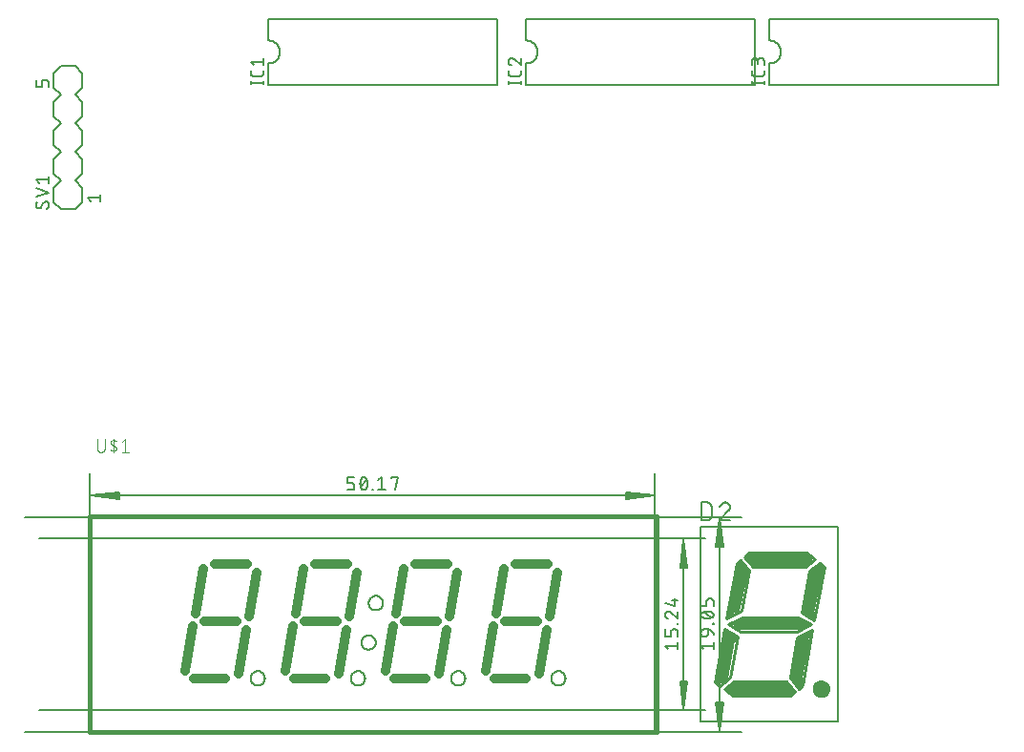
<source format=gbr>
G04 EAGLE Gerber RS-274X export*
G75*
%MOMM*%
%FSLAX34Y34*%
%LPD*%
%INSilkscreen Top*%
%IPPOS*%
%AMOC8*
5,1,8,0,0,1.08239X$1,22.5*%
G01*
%ADD10C,0.152400*%
%ADD11C,0.127000*%
%ADD12C,0.406400*%
%ADD13C,0.812800*%
%ADD14C,0.130000*%
%ADD15C,0.101600*%
%ADD16C,0.254000*%
%ADD17C,1.016000*%
%ADD18C,0.762000*%
%ADD19C,0.508000*%
%ADD20C,0.660400*%
%ADD21R,0.635000X0.508000*%
%ADD22R,0.508000X0.508000*%
%ADD23R,0.381000X0.508000*%
%ADD24R,0.381000X0.254000*%
%ADD25R,0.508000X0.254000*%
%ADD26C,0.177800*%


D10*
X431800Y689610D02*
X228600Y689610D01*
X228600Y631190D02*
X431800Y631190D01*
X431800Y689610D01*
X228600Y689610D02*
X228600Y670560D01*
X228600Y650240D02*
X228600Y631190D01*
X228600Y650240D02*
X228847Y650243D01*
X229095Y650252D01*
X229342Y650267D01*
X229588Y650288D01*
X229834Y650315D01*
X230079Y650348D01*
X230324Y650387D01*
X230567Y650432D01*
X230809Y650483D01*
X231050Y650540D01*
X231289Y650602D01*
X231527Y650671D01*
X231763Y650745D01*
X231997Y650825D01*
X232229Y650910D01*
X232459Y651002D01*
X232687Y651098D01*
X232912Y651201D01*
X233135Y651308D01*
X233355Y651422D01*
X233572Y651540D01*
X233787Y651664D01*
X233998Y651793D01*
X234206Y651927D01*
X234411Y652066D01*
X234612Y652210D01*
X234810Y652358D01*
X235004Y652512D01*
X235194Y652670D01*
X235380Y652833D01*
X235562Y653000D01*
X235740Y653172D01*
X235914Y653348D01*
X236084Y653528D01*
X236249Y653713D01*
X236409Y653901D01*
X236565Y654093D01*
X236717Y654289D01*
X236863Y654488D01*
X237005Y654691D01*
X237141Y654898D01*
X237273Y655107D01*
X237399Y655320D01*
X237520Y655536D01*
X237636Y655754D01*
X237746Y655976D01*
X237851Y656200D01*
X237951Y656426D01*
X238045Y656655D01*
X238133Y656886D01*
X238216Y657120D01*
X238293Y657355D01*
X238364Y657592D01*
X238430Y657830D01*
X238489Y658070D01*
X238543Y658312D01*
X238591Y658555D01*
X238633Y658798D01*
X238669Y659043D01*
X238699Y659289D01*
X238723Y659535D01*
X238741Y659782D01*
X238753Y660029D01*
X238759Y660276D01*
X238759Y660524D01*
X238753Y660771D01*
X238741Y661018D01*
X238723Y661265D01*
X238699Y661511D01*
X238669Y661757D01*
X238633Y662002D01*
X238591Y662245D01*
X238543Y662488D01*
X238489Y662730D01*
X238430Y662970D01*
X238364Y663208D01*
X238293Y663445D01*
X238216Y663680D01*
X238133Y663914D01*
X238045Y664145D01*
X237951Y664374D01*
X237851Y664600D01*
X237746Y664824D01*
X237636Y665046D01*
X237520Y665264D01*
X237399Y665480D01*
X237273Y665693D01*
X237141Y665902D01*
X237005Y666109D01*
X236863Y666312D01*
X236717Y666511D01*
X236565Y666707D01*
X236409Y666899D01*
X236249Y667087D01*
X236084Y667272D01*
X235914Y667452D01*
X235740Y667628D01*
X235562Y667800D01*
X235380Y667967D01*
X235194Y668130D01*
X235004Y668288D01*
X234810Y668442D01*
X234612Y668590D01*
X234411Y668734D01*
X234206Y668873D01*
X233998Y669007D01*
X233787Y669136D01*
X233572Y669260D01*
X233355Y669378D01*
X233135Y669492D01*
X232912Y669599D01*
X232687Y669702D01*
X232459Y669798D01*
X232229Y669890D01*
X231997Y669975D01*
X231763Y670055D01*
X231527Y670129D01*
X231289Y670198D01*
X231050Y670260D01*
X230809Y670317D01*
X230567Y670368D01*
X230324Y670413D01*
X230079Y670452D01*
X229834Y670485D01*
X229588Y670512D01*
X229342Y670533D01*
X229095Y670548D01*
X228847Y670557D01*
X228600Y670560D01*
D11*
X224155Y633095D02*
X212725Y633095D01*
X224155Y631825D02*
X224155Y634365D01*
X212725Y634365D02*
X212725Y631825D01*
X224155Y641567D02*
X224155Y644107D01*
X224155Y641567D02*
X224153Y641467D01*
X224147Y641368D01*
X224137Y641268D01*
X224124Y641170D01*
X224106Y641071D01*
X224085Y640974D01*
X224060Y640878D01*
X224031Y640782D01*
X223998Y640688D01*
X223962Y640595D01*
X223922Y640504D01*
X223878Y640414D01*
X223831Y640326D01*
X223781Y640240D01*
X223727Y640156D01*
X223670Y640074D01*
X223610Y639995D01*
X223546Y639917D01*
X223480Y639843D01*
X223411Y639771D01*
X223339Y639702D01*
X223265Y639636D01*
X223187Y639572D01*
X223108Y639512D01*
X223026Y639455D01*
X222942Y639401D01*
X222856Y639351D01*
X222768Y639304D01*
X222678Y639260D01*
X222587Y639220D01*
X222494Y639184D01*
X222400Y639151D01*
X222304Y639122D01*
X222208Y639097D01*
X222111Y639076D01*
X222012Y639058D01*
X221914Y639045D01*
X221814Y639035D01*
X221715Y639029D01*
X221615Y639027D01*
X215265Y639027D01*
X215165Y639029D01*
X215066Y639035D01*
X214966Y639045D01*
X214868Y639058D01*
X214769Y639076D01*
X214672Y639097D01*
X214576Y639122D01*
X214480Y639151D01*
X214386Y639184D01*
X214293Y639220D01*
X214202Y639260D01*
X214112Y639304D01*
X214024Y639351D01*
X213938Y639401D01*
X213854Y639455D01*
X213772Y639512D01*
X213693Y639572D01*
X213615Y639636D01*
X213541Y639702D01*
X213469Y639771D01*
X213400Y639843D01*
X213334Y639917D01*
X213270Y639995D01*
X213210Y640074D01*
X213153Y640156D01*
X213099Y640240D01*
X213049Y640326D01*
X213002Y640414D01*
X212958Y640504D01*
X212918Y640595D01*
X212882Y640688D01*
X212849Y640782D01*
X212820Y640878D01*
X212795Y640974D01*
X212774Y641071D01*
X212756Y641170D01*
X212743Y641268D01*
X212733Y641368D01*
X212727Y641467D01*
X212725Y641567D01*
X212725Y644107D01*
X215265Y648589D02*
X212725Y651764D01*
X224155Y651764D01*
X224155Y648589D02*
X224155Y654939D01*
D10*
X457200Y689610D02*
X660400Y689610D01*
X660400Y631190D02*
X457200Y631190D01*
X660400Y631190D02*
X660400Y689610D01*
X457200Y689610D02*
X457200Y670560D01*
X457200Y650240D02*
X457200Y631190D01*
X457200Y650240D02*
X457447Y650243D01*
X457695Y650252D01*
X457942Y650267D01*
X458188Y650288D01*
X458434Y650315D01*
X458679Y650348D01*
X458924Y650387D01*
X459167Y650432D01*
X459409Y650483D01*
X459650Y650540D01*
X459889Y650602D01*
X460127Y650671D01*
X460363Y650745D01*
X460597Y650825D01*
X460829Y650910D01*
X461059Y651002D01*
X461287Y651098D01*
X461512Y651201D01*
X461735Y651308D01*
X461955Y651422D01*
X462172Y651540D01*
X462387Y651664D01*
X462598Y651793D01*
X462806Y651927D01*
X463011Y652066D01*
X463212Y652210D01*
X463410Y652358D01*
X463604Y652512D01*
X463794Y652670D01*
X463980Y652833D01*
X464162Y653000D01*
X464340Y653172D01*
X464514Y653348D01*
X464684Y653528D01*
X464849Y653713D01*
X465009Y653901D01*
X465165Y654093D01*
X465317Y654289D01*
X465463Y654488D01*
X465605Y654691D01*
X465741Y654898D01*
X465873Y655107D01*
X465999Y655320D01*
X466120Y655536D01*
X466236Y655754D01*
X466346Y655976D01*
X466451Y656200D01*
X466551Y656426D01*
X466645Y656655D01*
X466733Y656886D01*
X466816Y657120D01*
X466893Y657355D01*
X466964Y657592D01*
X467030Y657830D01*
X467089Y658070D01*
X467143Y658312D01*
X467191Y658555D01*
X467233Y658798D01*
X467269Y659043D01*
X467299Y659289D01*
X467323Y659535D01*
X467341Y659782D01*
X467353Y660029D01*
X467359Y660276D01*
X467359Y660524D01*
X467353Y660771D01*
X467341Y661018D01*
X467323Y661265D01*
X467299Y661511D01*
X467269Y661757D01*
X467233Y662002D01*
X467191Y662245D01*
X467143Y662488D01*
X467089Y662730D01*
X467030Y662970D01*
X466964Y663208D01*
X466893Y663445D01*
X466816Y663680D01*
X466733Y663914D01*
X466645Y664145D01*
X466551Y664374D01*
X466451Y664600D01*
X466346Y664824D01*
X466236Y665046D01*
X466120Y665264D01*
X465999Y665480D01*
X465873Y665693D01*
X465741Y665902D01*
X465605Y666109D01*
X465463Y666312D01*
X465317Y666511D01*
X465165Y666707D01*
X465009Y666899D01*
X464849Y667087D01*
X464684Y667272D01*
X464514Y667452D01*
X464340Y667628D01*
X464162Y667800D01*
X463980Y667967D01*
X463794Y668130D01*
X463604Y668288D01*
X463410Y668442D01*
X463212Y668590D01*
X463011Y668734D01*
X462806Y668873D01*
X462598Y669007D01*
X462387Y669136D01*
X462172Y669260D01*
X461955Y669378D01*
X461735Y669492D01*
X461512Y669599D01*
X461287Y669702D01*
X461059Y669798D01*
X460829Y669890D01*
X460597Y669975D01*
X460363Y670055D01*
X460127Y670129D01*
X459889Y670198D01*
X459650Y670260D01*
X459409Y670317D01*
X459167Y670368D01*
X458924Y670413D01*
X458679Y670452D01*
X458434Y670485D01*
X458188Y670512D01*
X457942Y670533D01*
X457695Y670548D01*
X457447Y670557D01*
X457200Y670560D01*
D11*
X452755Y633095D02*
X441325Y633095D01*
X452755Y631825D02*
X452755Y634365D01*
X441325Y634365D02*
X441325Y631825D01*
X452755Y641567D02*
X452755Y644107D01*
X452755Y641567D02*
X452753Y641467D01*
X452747Y641368D01*
X452737Y641268D01*
X452724Y641170D01*
X452706Y641071D01*
X452685Y640974D01*
X452660Y640878D01*
X452631Y640782D01*
X452598Y640688D01*
X452562Y640595D01*
X452522Y640504D01*
X452478Y640414D01*
X452431Y640326D01*
X452381Y640240D01*
X452327Y640156D01*
X452270Y640074D01*
X452210Y639995D01*
X452146Y639917D01*
X452080Y639843D01*
X452011Y639771D01*
X451939Y639702D01*
X451865Y639636D01*
X451787Y639572D01*
X451708Y639512D01*
X451626Y639455D01*
X451542Y639401D01*
X451456Y639351D01*
X451368Y639304D01*
X451278Y639260D01*
X451187Y639220D01*
X451094Y639184D01*
X451000Y639151D01*
X450904Y639122D01*
X450808Y639097D01*
X450711Y639076D01*
X450612Y639058D01*
X450514Y639045D01*
X450414Y639035D01*
X450315Y639029D01*
X450215Y639027D01*
X443865Y639027D01*
X443765Y639029D01*
X443666Y639035D01*
X443566Y639045D01*
X443468Y639058D01*
X443369Y639076D01*
X443272Y639097D01*
X443176Y639122D01*
X443080Y639151D01*
X442986Y639184D01*
X442893Y639220D01*
X442802Y639260D01*
X442712Y639304D01*
X442624Y639351D01*
X442538Y639401D01*
X442454Y639455D01*
X442372Y639512D01*
X442293Y639572D01*
X442215Y639636D01*
X442141Y639702D01*
X442069Y639771D01*
X442000Y639843D01*
X441934Y639917D01*
X441870Y639995D01*
X441810Y640074D01*
X441753Y640156D01*
X441699Y640240D01*
X441649Y640326D01*
X441602Y640414D01*
X441558Y640504D01*
X441518Y640595D01*
X441482Y640688D01*
X441449Y640782D01*
X441420Y640878D01*
X441395Y640974D01*
X441374Y641071D01*
X441356Y641170D01*
X441343Y641268D01*
X441333Y641368D01*
X441327Y641467D01*
X441325Y641567D01*
X441325Y644107D01*
X441325Y652081D02*
X441327Y652185D01*
X441333Y652290D01*
X441342Y652394D01*
X441355Y652497D01*
X441373Y652600D01*
X441393Y652702D01*
X441418Y652804D01*
X441446Y652904D01*
X441478Y653004D01*
X441514Y653102D01*
X441553Y653199D01*
X441595Y653294D01*
X441641Y653388D01*
X441691Y653480D01*
X441743Y653570D01*
X441799Y653658D01*
X441859Y653744D01*
X441921Y653828D01*
X441986Y653909D01*
X442054Y653988D01*
X442126Y654065D01*
X442199Y654138D01*
X442276Y654210D01*
X442355Y654278D01*
X442436Y654343D01*
X442520Y654405D01*
X442606Y654465D01*
X442694Y654521D01*
X442784Y654573D01*
X442876Y654623D01*
X442970Y654669D01*
X443065Y654711D01*
X443162Y654750D01*
X443260Y654786D01*
X443360Y654818D01*
X443460Y654846D01*
X443562Y654871D01*
X443664Y654891D01*
X443767Y654909D01*
X443870Y654922D01*
X443974Y654931D01*
X444079Y654937D01*
X444183Y654939D01*
X441325Y652081D02*
X441327Y651963D01*
X441333Y651844D01*
X441342Y651726D01*
X441355Y651609D01*
X441373Y651492D01*
X441393Y651375D01*
X441418Y651259D01*
X441446Y651144D01*
X441479Y651031D01*
X441514Y650918D01*
X441554Y650806D01*
X441596Y650696D01*
X441643Y650587D01*
X441693Y650479D01*
X441746Y650374D01*
X441803Y650270D01*
X441863Y650168D01*
X441926Y650068D01*
X441993Y649970D01*
X442062Y649874D01*
X442135Y649781D01*
X442211Y649690D01*
X442289Y649601D01*
X442371Y649515D01*
X442455Y649432D01*
X442541Y649351D01*
X442631Y649274D01*
X442722Y649199D01*
X442816Y649127D01*
X442913Y649058D01*
X443011Y648993D01*
X443112Y648930D01*
X443215Y648871D01*
X443319Y648815D01*
X443425Y648763D01*
X443533Y648714D01*
X443642Y648669D01*
X443753Y648627D01*
X443865Y648589D01*
X446405Y653987D02*
X446330Y654063D01*
X446251Y654138D01*
X446170Y654209D01*
X446086Y654278D01*
X446000Y654343D01*
X445912Y654405D01*
X445822Y654465D01*
X445730Y654521D01*
X445635Y654574D01*
X445539Y654623D01*
X445441Y654669D01*
X445342Y654712D01*
X445241Y654751D01*
X445139Y654786D01*
X445036Y654818D01*
X444932Y654846D01*
X444827Y654871D01*
X444720Y654892D01*
X444614Y654909D01*
X444507Y654922D01*
X444399Y654931D01*
X444291Y654937D01*
X444183Y654939D01*
X446405Y653986D02*
X452755Y648589D01*
X452755Y654939D01*
D10*
X673100Y689610D02*
X876300Y689610D01*
X876300Y631190D02*
X673100Y631190D01*
X876300Y631190D02*
X876300Y689610D01*
X673100Y689610D02*
X673100Y670560D01*
X673100Y650240D02*
X673100Y631190D01*
X673100Y650240D02*
X673347Y650243D01*
X673595Y650252D01*
X673842Y650267D01*
X674088Y650288D01*
X674334Y650315D01*
X674579Y650348D01*
X674824Y650387D01*
X675067Y650432D01*
X675309Y650483D01*
X675550Y650540D01*
X675789Y650602D01*
X676027Y650671D01*
X676263Y650745D01*
X676497Y650825D01*
X676729Y650910D01*
X676959Y651002D01*
X677187Y651098D01*
X677412Y651201D01*
X677635Y651308D01*
X677855Y651422D01*
X678072Y651540D01*
X678287Y651664D01*
X678498Y651793D01*
X678706Y651927D01*
X678911Y652066D01*
X679112Y652210D01*
X679310Y652358D01*
X679504Y652512D01*
X679694Y652670D01*
X679880Y652833D01*
X680062Y653000D01*
X680240Y653172D01*
X680414Y653348D01*
X680584Y653528D01*
X680749Y653713D01*
X680909Y653901D01*
X681065Y654093D01*
X681217Y654289D01*
X681363Y654488D01*
X681505Y654691D01*
X681641Y654898D01*
X681773Y655107D01*
X681899Y655320D01*
X682020Y655536D01*
X682136Y655754D01*
X682246Y655976D01*
X682351Y656200D01*
X682451Y656426D01*
X682545Y656655D01*
X682633Y656886D01*
X682716Y657120D01*
X682793Y657355D01*
X682864Y657592D01*
X682930Y657830D01*
X682989Y658070D01*
X683043Y658312D01*
X683091Y658555D01*
X683133Y658798D01*
X683169Y659043D01*
X683199Y659289D01*
X683223Y659535D01*
X683241Y659782D01*
X683253Y660029D01*
X683259Y660276D01*
X683259Y660524D01*
X683253Y660771D01*
X683241Y661018D01*
X683223Y661265D01*
X683199Y661511D01*
X683169Y661757D01*
X683133Y662002D01*
X683091Y662245D01*
X683043Y662488D01*
X682989Y662730D01*
X682930Y662970D01*
X682864Y663208D01*
X682793Y663445D01*
X682716Y663680D01*
X682633Y663914D01*
X682545Y664145D01*
X682451Y664374D01*
X682351Y664600D01*
X682246Y664824D01*
X682136Y665046D01*
X682020Y665264D01*
X681899Y665480D01*
X681773Y665693D01*
X681641Y665902D01*
X681505Y666109D01*
X681363Y666312D01*
X681217Y666511D01*
X681065Y666707D01*
X680909Y666899D01*
X680749Y667087D01*
X680584Y667272D01*
X680414Y667452D01*
X680240Y667628D01*
X680062Y667800D01*
X679880Y667967D01*
X679694Y668130D01*
X679504Y668288D01*
X679310Y668442D01*
X679112Y668590D01*
X678911Y668734D01*
X678706Y668873D01*
X678498Y669007D01*
X678287Y669136D01*
X678072Y669260D01*
X677855Y669378D01*
X677635Y669492D01*
X677412Y669599D01*
X677187Y669702D01*
X676959Y669798D01*
X676729Y669890D01*
X676497Y669975D01*
X676263Y670055D01*
X676027Y670129D01*
X675789Y670198D01*
X675550Y670260D01*
X675309Y670317D01*
X675067Y670368D01*
X674824Y670413D01*
X674579Y670452D01*
X674334Y670485D01*
X674088Y670512D01*
X673842Y670533D01*
X673595Y670548D01*
X673347Y670557D01*
X673100Y670560D01*
D11*
X668655Y633095D02*
X657225Y633095D01*
X668655Y631825D02*
X668655Y634365D01*
X657225Y634365D02*
X657225Y631825D01*
X668655Y641567D02*
X668655Y644107D01*
X668655Y641567D02*
X668653Y641467D01*
X668647Y641368D01*
X668637Y641268D01*
X668624Y641170D01*
X668606Y641071D01*
X668585Y640974D01*
X668560Y640878D01*
X668531Y640782D01*
X668498Y640688D01*
X668462Y640595D01*
X668422Y640504D01*
X668378Y640414D01*
X668331Y640326D01*
X668281Y640240D01*
X668227Y640156D01*
X668170Y640074D01*
X668110Y639995D01*
X668046Y639917D01*
X667980Y639843D01*
X667911Y639771D01*
X667839Y639702D01*
X667765Y639636D01*
X667687Y639572D01*
X667608Y639512D01*
X667526Y639455D01*
X667442Y639401D01*
X667356Y639351D01*
X667268Y639304D01*
X667178Y639260D01*
X667087Y639220D01*
X666994Y639184D01*
X666900Y639151D01*
X666804Y639122D01*
X666708Y639097D01*
X666611Y639076D01*
X666512Y639058D01*
X666414Y639045D01*
X666314Y639035D01*
X666215Y639029D01*
X666115Y639027D01*
X659765Y639027D01*
X659665Y639029D01*
X659566Y639035D01*
X659466Y639045D01*
X659368Y639058D01*
X659269Y639076D01*
X659172Y639097D01*
X659076Y639122D01*
X658980Y639151D01*
X658886Y639184D01*
X658793Y639220D01*
X658702Y639260D01*
X658612Y639304D01*
X658524Y639351D01*
X658438Y639401D01*
X658354Y639455D01*
X658272Y639512D01*
X658193Y639572D01*
X658115Y639636D01*
X658041Y639702D01*
X657969Y639771D01*
X657900Y639843D01*
X657834Y639917D01*
X657770Y639995D01*
X657710Y640074D01*
X657653Y640156D01*
X657599Y640240D01*
X657549Y640326D01*
X657502Y640414D01*
X657458Y640504D01*
X657418Y640595D01*
X657382Y640688D01*
X657349Y640782D01*
X657320Y640878D01*
X657295Y640974D01*
X657274Y641071D01*
X657256Y641170D01*
X657243Y641268D01*
X657233Y641368D01*
X657227Y641467D01*
X657225Y641567D01*
X657225Y644107D01*
X668655Y648589D02*
X668655Y651764D01*
X668653Y651875D01*
X668647Y651985D01*
X668638Y652096D01*
X668624Y652206D01*
X668607Y652315D01*
X668586Y652424D01*
X668561Y652532D01*
X668532Y652639D01*
X668500Y652745D01*
X668464Y652850D01*
X668424Y652953D01*
X668381Y653055D01*
X668334Y653156D01*
X668283Y653255D01*
X668230Y653352D01*
X668173Y653446D01*
X668112Y653539D01*
X668049Y653630D01*
X667982Y653719D01*
X667912Y653805D01*
X667839Y653888D01*
X667764Y653970D01*
X667686Y654048D01*
X667604Y654123D01*
X667521Y654196D01*
X667435Y654266D01*
X667346Y654333D01*
X667255Y654396D01*
X667162Y654457D01*
X667068Y654514D01*
X666971Y654567D01*
X666872Y654618D01*
X666771Y654665D01*
X666669Y654708D01*
X666566Y654748D01*
X666461Y654784D01*
X666355Y654816D01*
X666248Y654845D01*
X666140Y654870D01*
X666031Y654891D01*
X665922Y654908D01*
X665812Y654922D01*
X665701Y654931D01*
X665591Y654937D01*
X665480Y654939D01*
X665369Y654937D01*
X665259Y654931D01*
X665148Y654922D01*
X665038Y654908D01*
X664929Y654891D01*
X664820Y654870D01*
X664712Y654845D01*
X664605Y654816D01*
X664499Y654784D01*
X664394Y654748D01*
X664291Y654708D01*
X664189Y654665D01*
X664088Y654618D01*
X663989Y654567D01*
X663893Y654514D01*
X663798Y654457D01*
X663705Y654396D01*
X663614Y654333D01*
X663525Y654266D01*
X663439Y654196D01*
X663356Y654123D01*
X663274Y654048D01*
X663196Y653970D01*
X663121Y653888D01*
X663048Y653805D01*
X662978Y653719D01*
X662911Y653630D01*
X662848Y653539D01*
X662787Y653446D01*
X662730Y653352D01*
X662677Y653255D01*
X662626Y653156D01*
X662579Y653055D01*
X662536Y652953D01*
X662496Y652850D01*
X662460Y652745D01*
X662428Y652639D01*
X662399Y652532D01*
X662374Y652424D01*
X662353Y652315D01*
X662336Y652206D01*
X662322Y652096D01*
X662313Y651985D01*
X662307Y651875D01*
X662305Y651764D01*
X657225Y652399D02*
X657225Y648589D01*
X657225Y652399D02*
X657227Y652499D01*
X657233Y652598D01*
X657243Y652698D01*
X657256Y652796D01*
X657274Y652895D01*
X657295Y652992D01*
X657320Y653088D01*
X657349Y653184D01*
X657382Y653278D01*
X657418Y653371D01*
X657458Y653462D01*
X657502Y653552D01*
X657549Y653640D01*
X657599Y653726D01*
X657653Y653810D01*
X657710Y653892D01*
X657770Y653971D01*
X657834Y654049D01*
X657900Y654123D01*
X657969Y654195D01*
X658041Y654264D01*
X658115Y654330D01*
X658193Y654394D01*
X658272Y654454D01*
X658354Y654511D01*
X658438Y654565D01*
X658524Y654615D01*
X658612Y654662D01*
X658702Y654706D01*
X658793Y654746D01*
X658886Y654782D01*
X658980Y654815D01*
X659076Y654844D01*
X659172Y654869D01*
X659269Y654890D01*
X659368Y654908D01*
X659466Y654921D01*
X659566Y654931D01*
X659665Y654937D01*
X659765Y654939D01*
X659865Y654937D01*
X659964Y654931D01*
X660064Y654921D01*
X660162Y654908D01*
X660261Y654890D01*
X660358Y654869D01*
X660454Y654844D01*
X660550Y654815D01*
X660644Y654782D01*
X660737Y654746D01*
X660828Y654706D01*
X660918Y654662D01*
X661006Y654615D01*
X661092Y654565D01*
X661176Y654511D01*
X661258Y654454D01*
X661337Y654394D01*
X661415Y654330D01*
X661489Y654264D01*
X661561Y654195D01*
X661630Y654123D01*
X661696Y654049D01*
X661760Y653971D01*
X661820Y653892D01*
X661877Y653810D01*
X661931Y653726D01*
X661981Y653640D01*
X662028Y653552D01*
X662072Y653462D01*
X662112Y653371D01*
X662148Y653278D01*
X662181Y653184D01*
X662210Y653088D01*
X662235Y652992D01*
X662256Y652895D01*
X662274Y652796D01*
X662287Y652698D01*
X662297Y652598D01*
X662303Y652499D01*
X662305Y652399D01*
X662305Y649859D01*
D10*
X38100Y539750D02*
X38100Y527050D01*
X38100Y539750D02*
X44450Y546100D01*
X57150Y546100D02*
X63500Y539750D01*
X44450Y546100D02*
X38100Y552450D01*
X38100Y565150D01*
X44450Y571500D01*
X57150Y571500D02*
X63500Y565150D01*
X63500Y552450D01*
X57150Y546100D01*
X57150Y520700D02*
X44450Y520700D01*
X38100Y527050D01*
X57150Y520700D02*
X63500Y527050D01*
X63500Y539750D01*
X44450Y571500D02*
X38100Y577850D01*
X38100Y590550D01*
X44450Y596900D01*
X57150Y596900D02*
X63500Y590550D01*
X63500Y577850D01*
X57150Y571500D01*
X38100Y603250D02*
X38100Y615950D01*
X44450Y622300D01*
X57150Y622300D02*
X63500Y615950D01*
X44450Y622300D02*
X38100Y628650D01*
X38100Y641350D01*
X44450Y647700D01*
X57150Y647700D01*
X63500Y641350D01*
X63500Y628650D01*
X57150Y622300D01*
X38100Y603250D02*
X44450Y596900D01*
X57150Y596900D02*
X63500Y603250D01*
X63500Y615950D01*
D11*
X67945Y530860D02*
X70485Y527685D01*
X67945Y530860D02*
X79375Y530860D01*
X79375Y527685D02*
X79375Y534035D01*
X33655Y629285D02*
X33655Y633095D01*
X33653Y633195D01*
X33647Y633294D01*
X33637Y633394D01*
X33624Y633492D01*
X33606Y633591D01*
X33585Y633688D01*
X33560Y633784D01*
X33531Y633880D01*
X33498Y633974D01*
X33462Y634067D01*
X33422Y634158D01*
X33378Y634248D01*
X33331Y634336D01*
X33281Y634422D01*
X33227Y634506D01*
X33170Y634588D01*
X33110Y634667D01*
X33046Y634745D01*
X32980Y634819D01*
X32911Y634891D01*
X32839Y634960D01*
X32765Y635026D01*
X32687Y635090D01*
X32608Y635150D01*
X32526Y635207D01*
X32442Y635261D01*
X32356Y635311D01*
X32268Y635358D01*
X32178Y635402D01*
X32087Y635442D01*
X31994Y635478D01*
X31900Y635511D01*
X31804Y635540D01*
X31708Y635565D01*
X31611Y635586D01*
X31512Y635604D01*
X31414Y635617D01*
X31314Y635627D01*
X31215Y635633D01*
X31115Y635635D01*
X29845Y635635D01*
X29745Y635633D01*
X29646Y635627D01*
X29546Y635617D01*
X29448Y635604D01*
X29349Y635586D01*
X29252Y635565D01*
X29156Y635540D01*
X29060Y635511D01*
X28966Y635478D01*
X28873Y635442D01*
X28782Y635402D01*
X28692Y635358D01*
X28604Y635311D01*
X28518Y635261D01*
X28434Y635207D01*
X28352Y635150D01*
X28273Y635090D01*
X28195Y635026D01*
X28121Y634960D01*
X28049Y634891D01*
X27980Y634819D01*
X27914Y634745D01*
X27850Y634667D01*
X27790Y634588D01*
X27733Y634506D01*
X27679Y634422D01*
X27629Y634336D01*
X27582Y634248D01*
X27538Y634158D01*
X27498Y634067D01*
X27462Y633974D01*
X27429Y633880D01*
X27400Y633784D01*
X27375Y633688D01*
X27354Y633591D01*
X27336Y633492D01*
X27323Y633394D01*
X27313Y633294D01*
X27307Y633195D01*
X27305Y633095D01*
X27305Y629285D01*
X22225Y629285D01*
X22225Y635635D01*
X31115Y527685D02*
X31215Y527683D01*
X31314Y527677D01*
X31414Y527667D01*
X31512Y527654D01*
X31611Y527636D01*
X31708Y527615D01*
X31804Y527590D01*
X31900Y527561D01*
X31994Y527528D01*
X32087Y527492D01*
X32178Y527452D01*
X32268Y527408D01*
X32356Y527361D01*
X32442Y527311D01*
X32526Y527257D01*
X32608Y527200D01*
X32687Y527140D01*
X32765Y527076D01*
X32839Y527010D01*
X32911Y526941D01*
X32980Y526869D01*
X33046Y526795D01*
X33110Y526717D01*
X33170Y526638D01*
X33227Y526556D01*
X33281Y526472D01*
X33331Y526386D01*
X33378Y526298D01*
X33422Y526208D01*
X33462Y526117D01*
X33498Y526024D01*
X33531Y525930D01*
X33560Y525834D01*
X33585Y525738D01*
X33606Y525641D01*
X33624Y525542D01*
X33637Y525444D01*
X33647Y525344D01*
X33653Y525245D01*
X33655Y525145D01*
X33653Y525004D01*
X33648Y524863D01*
X33638Y524722D01*
X33625Y524581D01*
X33609Y524441D01*
X33588Y524301D01*
X33564Y524162D01*
X33536Y524023D01*
X33505Y523886D01*
X33470Y523749D01*
X33432Y523613D01*
X33390Y523478D01*
X33344Y523345D01*
X33295Y523212D01*
X33242Y523081D01*
X33186Y522952D01*
X33127Y522823D01*
X33064Y522697D01*
X32998Y522572D01*
X32929Y522449D01*
X32856Y522328D01*
X32780Y522209D01*
X32701Y522091D01*
X32620Y521976D01*
X32535Y521864D01*
X32447Y521753D01*
X32356Y521645D01*
X32263Y521539D01*
X32166Y521436D01*
X32067Y521335D01*
X24765Y521653D02*
X24665Y521655D01*
X24566Y521661D01*
X24466Y521671D01*
X24368Y521684D01*
X24269Y521702D01*
X24172Y521723D01*
X24076Y521748D01*
X23980Y521777D01*
X23886Y521810D01*
X23793Y521846D01*
X23702Y521886D01*
X23612Y521930D01*
X23524Y521977D01*
X23438Y522027D01*
X23354Y522081D01*
X23272Y522138D01*
X23193Y522198D01*
X23115Y522262D01*
X23041Y522328D01*
X22969Y522397D01*
X22900Y522469D01*
X22834Y522543D01*
X22770Y522621D01*
X22710Y522700D01*
X22653Y522782D01*
X22599Y522866D01*
X22549Y522952D01*
X22502Y523040D01*
X22458Y523130D01*
X22418Y523221D01*
X22382Y523314D01*
X22349Y523408D01*
X22320Y523504D01*
X22295Y523600D01*
X22274Y523697D01*
X22256Y523796D01*
X22243Y523894D01*
X22233Y523994D01*
X22227Y524093D01*
X22225Y524193D01*
X22227Y524326D01*
X22232Y524459D01*
X22242Y524592D01*
X22255Y524725D01*
X22272Y524857D01*
X22292Y524989D01*
X22316Y525120D01*
X22344Y525250D01*
X22375Y525380D01*
X22410Y525508D01*
X22449Y525636D01*
X22491Y525762D01*
X22537Y525887D01*
X22586Y526011D01*
X22638Y526134D01*
X22694Y526255D01*
X22754Y526374D01*
X22816Y526492D01*
X22882Y526607D01*
X22951Y526721D01*
X23024Y526833D01*
X23099Y526943D01*
X23178Y527051D01*
X26988Y522922D02*
X26936Y522838D01*
X26881Y522755D01*
X26822Y522675D01*
X26761Y522597D01*
X26697Y522522D01*
X26629Y522449D01*
X26559Y522378D01*
X26487Y522311D01*
X26412Y522246D01*
X26334Y522184D01*
X26254Y522125D01*
X26172Y522069D01*
X26088Y522017D01*
X26002Y521968D01*
X25914Y521922D01*
X25824Y521879D01*
X25733Y521840D01*
X25640Y521805D01*
X25546Y521773D01*
X25451Y521745D01*
X25355Y521720D01*
X25258Y521700D01*
X25160Y521682D01*
X25062Y521669D01*
X24963Y521660D01*
X24864Y521654D01*
X24765Y521652D01*
X28892Y526415D02*
X28944Y526499D01*
X28999Y526582D01*
X29058Y526662D01*
X29119Y526740D01*
X29183Y526815D01*
X29251Y526888D01*
X29321Y526959D01*
X29393Y527026D01*
X29468Y527091D01*
X29546Y527153D01*
X29626Y527212D01*
X29708Y527268D01*
X29792Y527320D01*
X29878Y527369D01*
X29966Y527415D01*
X30056Y527458D01*
X30147Y527497D01*
X30240Y527532D01*
X30334Y527564D01*
X30429Y527592D01*
X30525Y527617D01*
X30622Y527637D01*
X30720Y527655D01*
X30818Y527668D01*
X30917Y527677D01*
X31016Y527683D01*
X31115Y527685D01*
X28893Y526415D02*
X26988Y522923D01*
X22225Y531749D02*
X33655Y535559D01*
X22225Y539369D01*
X24765Y543814D02*
X22225Y546989D01*
X33655Y546989D01*
X33655Y543814D02*
X33655Y550164D01*
D12*
X69850Y57150D02*
X573250Y57150D01*
X573250Y248650D01*
X69850Y248650D01*
X69850Y57150D01*
D11*
X212725Y104775D02*
X212727Y104934D01*
X212733Y105093D01*
X212743Y105251D01*
X212757Y105410D01*
X212775Y105568D01*
X212796Y105725D01*
X212822Y105882D01*
X212852Y106038D01*
X212885Y106194D01*
X212923Y106348D01*
X212964Y106502D01*
X213009Y106654D01*
X213058Y106805D01*
X213111Y106955D01*
X213167Y107104D01*
X213228Y107251D01*
X213291Y107396D01*
X213359Y107540D01*
X213430Y107683D01*
X213504Y107823D01*
X213582Y107961D01*
X213664Y108098D01*
X213749Y108232D01*
X213837Y108365D01*
X213928Y108495D01*
X214023Y108622D01*
X214121Y108747D01*
X214222Y108870D01*
X214326Y108990D01*
X214433Y109108D01*
X214543Y109223D01*
X214656Y109335D01*
X214771Y109444D01*
X214889Y109550D01*
X215010Y109654D01*
X215134Y109754D01*
X215259Y109851D01*
X215388Y109945D01*
X215518Y110035D01*
X215651Y110123D01*
X215786Y110207D01*
X215923Y110287D01*
X216062Y110365D01*
X216203Y110438D01*
X216345Y110508D01*
X216490Y110575D01*
X216636Y110638D01*
X216783Y110697D01*
X216932Y110753D01*
X217083Y110804D01*
X217234Y110852D01*
X217387Y110896D01*
X217541Y110937D01*
X217695Y110973D01*
X217851Y111006D01*
X218007Y111035D01*
X218164Y111059D01*
X218322Y111080D01*
X218480Y111097D01*
X218638Y111110D01*
X218797Y111119D01*
X218956Y111124D01*
X219115Y111125D01*
X219274Y111122D01*
X219432Y111115D01*
X219591Y111104D01*
X219749Y111089D01*
X219907Y111070D01*
X220064Y111047D01*
X220221Y111021D01*
X220377Y110990D01*
X220532Y110956D01*
X220686Y110917D01*
X220840Y110875D01*
X220992Y110829D01*
X221143Y110779D01*
X221292Y110725D01*
X221441Y110668D01*
X221587Y110607D01*
X221733Y110542D01*
X221876Y110474D01*
X222018Y110402D01*
X222158Y110326D01*
X222296Y110248D01*
X222432Y110165D01*
X222566Y110080D01*
X222697Y109991D01*
X222827Y109898D01*
X222954Y109803D01*
X223078Y109704D01*
X223201Y109602D01*
X223320Y109498D01*
X223437Y109390D01*
X223551Y109279D01*
X223662Y109166D01*
X223771Y109050D01*
X223876Y108931D01*
X223979Y108809D01*
X224078Y108685D01*
X224175Y108559D01*
X224268Y108430D01*
X224358Y108299D01*
X224444Y108165D01*
X224527Y108030D01*
X224607Y107892D01*
X224683Y107753D01*
X224756Y107612D01*
X224825Y107469D01*
X224891Y107324D01*
X224953Y107177D01*
X225011Y107030D01*
X225066Y106880D01*
X225117Y106730D01*
X225164Y106578D01*
X225207Y106425D01*
X225246Y106271D01*
X225282Y106116D01*
X225313Y105960D01*
X225341Y105804D01*
X225365Y105647D01*
X225385Y105489D01*
X225401Y105331D01*
X225413Y105172D01*
X225421Y105013D01*
X225425Y104854D01*
X225425Y104696D01*
X225421Y104537D01*
X225413Y104378D01*
X225401Y104219D01*
X225385Y104061D01*
X225365Y103903D01*
X225341Y103746D01*
X225313Y103590D01*
X225282Y103434D01*
X225246Y103279D01*
X225207Y103125D01*
X225164Y102972D01*
X225117Y102820D01*
X225066Y102670D01*
X225011Y102520D01*
X224953Y102373D01*
X224891Y102226D01*
X224825Y102081D01*
X224756Y101938D01*
X224683Y101797D01*
X224607Y101658D01*
X224527Y101520D01*
X224444Y101385D01*
X224358Y101251D01*
X224268Y101120D01*
X224175Y100991D01*
X224078Y100865D01*
X223979Y100741D01*
X223876Y100619D01*
X223771Y100500D01*
X223662Y100384D01*
X223551Y100271D01*
X223437Y100160D01*
X223320Y100052D01*
X223201Y99948D01*
X223078Y99846D01*
X222954Y99747D01*
X222827Y99652D01*
X222697Y99559D01*
X222566Y99470D01*
X222432Y99385D01*
X222296Y99302D01*
X222158Y99224D01*
X222018Y99148D01*
X221876Y99076D01*
X221733Y99008D01*
X221587Y98943D01*
X221441Y98882D01*
X221292Y98825D01*
X221143Y98771D01*
X220992Y98721D01*
X220840Y98675D01*
X220686Y98633D01*
X220532Y98594D01*
X220377Y98560D01*
X220221Y98529D01*
X220064Y98503D01*
X219907Y98480D01*
X219749Y98461D01*
X219591Y98446D01*
X219432Y98435D01*
X219274Y98428D01*
X219115Y98425D01*
X218956Y98426D01*
X218797Y98431D01*
X218638Y98440D01*
X218480Y98453D01*
X218322Y98470D01*
X218164Y98491D01*
X218007Y98515D01*
X217851Y98544D01*
X217695Y98577D01*
X217541Y98613D01*
X217387Y98654D01*
X217234Y98698D01*
X217083Y98746D01*
X216932Y98797D01*
X216783Y98853D01*
X216636Y98912D01*
X216490Y98975D01*
X216345Y99042D01*
X216203Y99112D01*
X216062Y99185D01*
X215923Y99263D01*
X215786Y99343D01*
X215651Y99427D01*
X215518Y99515D01*
X215388Y99605D01*
X215259Y99699D01*
X215134Y99796D01*
X215010Y99896D01*
X214889Y100000D01*
X214771Y100106D01*
X214656Y100215D01*
X214543Y100327D01*
X214433Y100442D01*
X214326Y100560D01*
X214222Y100680D01*
X214121Y100803D01*
X214023Y100928D01*
X213928Y101055D01*
X213837Y101185D01*
X213749Y101318D01*
X213664Y101452D01*
X213582Y101589D01*
X213504Y101727D01*
X213430Y101867D01*
X213359Y102010D01*
X213291Y102154D01*
X213228Y102299D01*
X213167Y102446D01*
X213111Y102595D01*
X213058Y102745D01*
X213009Y102896D01*
X212964Y103048D01*
X212923Y103202D01*
X212885Y103356D01*
X212852Y103512D01*
X212822Y103668D01*
X212796Y103825D01*
X212775Y103982D01*
X212757Y104140D01*
X212743Y104299D01*
X212733Y104457D01*
X212727Y104616D01*
X212725Y104775D01*
D13*
X163864Y162311D02*
X170810Y201703D01*
X161285Y150903D02*
X154339Y111511D01*
X171450Y155575D02*
X200025Y155575D01*
X190500Y104775D02*
X161925Y104775D01*
X211489Y159136D02*
X218435Y198528D01*
X208910Y147728D02*
X201964Y108336D01*
X209550Y206375D02*
X180975Y206375D01*
D11*
X301625Y104775D02*
X301627Y104934D01*
X301633Y105093D01*
X301643Y105251D01*
X301657Y105410D01*
X301675Y105568D01*
X301696Y105725D01*
X301722Y105882D01*
X301752Y106038D01*
X301785Y106194D01*
X301823Y106348D01*
X301864Y106502D01*
X301909Y106654D01*
X301958Y106805D01*
X302011Y106955D01*
X302067Y107104D01*
X302128Y107251D01*
X302191Y107396D01*
X302259Y107540D01*
X302330Y107683D01*
X302404Y107823D01*
X302482Y107961D01*
X302564Y108098D01*
X302649Y108232D01*
X302737Y108365D01*
X302828Y108495D01*
X302923Y108622D01*
X303021Y108747D01*
X303122Y108870D01*
X303226Y108990D01*
X303333Y109108D01*
X303443Y109223D01*
X303556Y109335D01*
X303671Y109444D01*
X303789Y109550D01*
X303910Y109654D01*
X304034Y109754D01*
X304159Y109851D01*
X304288Y109945D01*
X304418Y110035D01*
X304551Y110123D01*
X304686Y110207D01*
X304823Y110287D01*
X304962Y110365D01*
X305103Y110438D01*
X305245Y110508D01*
X305390Y110575D01*
X305536Y110638D01*
X305683Y110697D01*
X305832Y110753D01*
X305983Y110804D01*
X306134Y110852D01*
X306287Y110896D01*
X306441Y110937D01*
X306595Y110973D01*
X306751Y111006D01*
X306907Y111035D01*
X307064Y111059D01*
X307222Y111080D01*
X307380Y111097D01*
X307538Y111110D01*
X307697Y111119D01*
X307856Y111124D01*
X308015Y111125D01*
X308174Y111122D01*
X308332Y111115D01*
X308491Y111104D01*
X308649Y111089D01*
X308807Y111070D01*
X308964Y111047D01*
X309121Y111021D01*
X309277Y110990D01*
X309432Y110956D01*
X309586Y110917D01*
X309740Y110875D01*
X309892Y110829D01*
X310043Y110779D01*
X310192Y110725D01*
X310341Y110668D01*
X310487Y110607D01*
X310633Y110542D01*
X310776Y110474D01*
X310918Y110402D01*
X311058Y110326D01*
X311196Y110248D01*
X311332Y110165D01*
X311466Y110080D01*
X311597Y109991D01*
X311727Y109898D01*
X311854Y109803D01*
X311978Y109704D01*
X312101Y109602D01*
X312220Y109498D01*
X312337Y109390D01*
X312451Y109279D01*
X312562Y109166D01*
X312671Y109050D01*
X312776Y108931D01*
X312879Y108809D01*
X312978Y108685D01*
X313075Y108559D01*
X313168Y108430D01*
X313258Y108299D01*
X313344Y108165D01*
X313427Y108030D01*
X313507Y107892D01*
X313583Y107753D01*
X313656Y107612D01*
X313725Y107469D01*
X313791Y107324D01*
X313853Y107177D01*
X313911Y107030D01*
X313966Y106880D01*
X314017Y106730D01*
X314064Y106578D01*
X314107Y106425D01*
X314146Y106271D01*
X314182Y106116D01*
X314213Y105960D01*
X314241Y105804D01*
X314265Y105647D01*
X314285Y105489D01*
X314301Y105331D01*
X314313Y105172D01*
X314321Y105013D01*
X314325Y104854D01*
X314325Y104696D01*
X314321Y104537D01*
X314313Y104378D01*
X314301Y104219D01*
X314285Y104061D01*
X314265Y103903D01*
X314241Y103746D01*
X314213Y103590D01*
X314182Y103434D01*
X314146Y103279D01*
X314107Y103125D01*
X314064Y102972D01*
X314017Y102820D01*
X313966Y102670D01*
X313911Y102520D01*
X313853Y102373D01*
X313791Y102226D01*
X313725Y102081D01*
X313656Y101938D01*
X313583Y101797D01*
X313507Y101658D01*
X313427Y101520D01*
X313344Y101385D01*
X313258Y101251D01*
X313168Y101120D01*
X313075Y100991D01*
X312978Y100865D01*
X312879Y100741D01*
X312776Y100619D01*
X312671Y100500D01*
X312562Y100384D01*
X312451Y100271D01*
X312337Y100160D01*
X312220Y100052D01*
X312101Y99948D01*
X311978Y99846D01*
X311854Y99747D01*
X311727Y99652D01*
X311597Y99559D01*
X311466Y99470D01*
X311332Y99385D01*
X311196Y99302D01*
X311058Y99224D01*
X310918Y99148D01*
X310776Y99076D01*
X310633Y99008D01*
X310487Y98943D01*
X310341Y98882D01*
X310192Y98825D01*
X310043Y98771D01*
X309892Y98721D01*
X309740Y98675D01*
X309586Y98633D01*
X309432Y98594D01*
X309277Y98560D01*
X309121Y98529D01*
X308964Y98503D01*
X308807Y98480D01*
X308649Y98461D01*
X308491Y98446D01*
X308332Y98435D01*
X308174Y98428D01*
X308015Y98425D01*
X307856Y98426D01*
X307697Y98431D01*
X307538Y98440D01*
X307380Y98453D01*
X307222Y98470D01*
X307064Y98491D01*
X306907Y98515D01*
X306751Y98544D01*
X306595Y98577D01*
X306441Y98613D01*
X306287Y98654D01*
X306134Y98698D01*
X305983Y98746D01*
X305832Y98797D01*
X305683Y98853D01*
X305536Y98912D01*
X305390Y98975D01*
X305245Y99042D01*
X305103Y99112D01*
X304962Y99185D01*
X304823Y99263D01*
X304686Y99343D01*
X304551Y99427D01*
X304418Y99515D01*
X304288Y99605D01*
X304159Y99699D01*
X304034Y99796D01*
X303910Y99896D01*
X303789Y100000D01*
X303671Y100106D01*
X303556Y100215D01*
X303443Y100327D01*
X303333Y100442D01*
X303226Y100560D01*
X303122Y100680D01*
X303021Y100803D01*
X302923Y100928D01*
X302828Y101055D01*
X302737Y101185D01*
X302649Y101318D01*
X302564Y101452D01*
X302482Y101589D01*
X302404Y101727D01*
X302330Y101867D01*
X302259Y102010D01*
X302191Y102154D01*
X302128Y102299D01*
X302067Y102446D01*
X302011Y102595D01*
X301958Y102745D01*
X301909Y102896D01*
X301864Y103048D01*
X301823Y103202D01*
X301785Y103356D01*
X301752Y103512D01*
X301722Y103668D01*
X301696Y103825D01*
X301675Y103982D01*
X301657Y104140D01*
X301643Y104299D01*
X301633Y104457D01*
X301627Y104616D01*
X301625Y104775D01*
D13*
X252764Y162311D02*
X259710Y201703D01*
X250185Y150903D02*
X243239Y111511D01*
X260350Y155575D02*
X288925Y155575D01*
X279400Y104775D02*
X250825Y104775D01*
X300389Y159136D02*
X307335Y198528D01*
X297810Y147728D02*
X290864Y108336D01*
X298450Y206375D02*
X269875Y206375D01*
D11*
X390525Y104775D02*
X390527Y104934D01*
X390533Y105093D01*
X390543Y105251D01*
X390557Y105410D01*
X390575Y105568D01*
X390596Y105725D01*
X390622Y105882D01*
X390652Y106038D01*
X390685Y106194D01*
X390723Y106348D01*
X390764Y106502D01*
X390809Y106654D01*
X390858Y106805D01*
X390911Y106955D01*
X390967Y107104D01*
X391028Y107251D01*
X391091Y107396D01*
X391159Y107540D01*
X391230Y107683D01*
X391304Y107823D01*
X391382Y107961D01*
X391464Y108098D01*
X391549Y108232D01*
X391637Y108365D01*
X391728Y108495D01*
X391823Y108622D01*
X391921Y108747D01*
X392022Y108870D01*
X392126Y108990D01*
X392233Y109108D01*
X392343Y109223D01*
X392456Y109335D01*
X392571Y109444D01*
X392689Y109550D01*
X392810Y109654D01*
X392934Y109754D01*
X393059Y109851D01*
X393188Y109945D01*
X393318Y110035D01*
X393451Y110123D01*
X393586Y110207D01*
X393723Y110287D01*
X393862Y110365D01*
X394003Y110438D01*
X394145Y110508D01*
X394290Y110575D01*
X394436Y110638D01*
X394583Y110697D01*
X394732Y110753D01*
X394883Y110804D01*
X395034Y110852D01*
X395187Y110896D01*
X395341Y110937D01*
X395495Y110973D01*
X395651Y111006D01*
X395807Y111035D01*
X395964Y111059D01*
X396122Y111080D01*
X396280Y111097D01*
X396438Y111110D01*
X396597Y111119D01*
X396756Y111124D01*
X396915Y111125D01*
X397074Y111122D01*
X397232Y111115D01*
X397391Y111104D01*
X397549Y111089D01*
X397707Y111070D01*
X397864Y111047D01*
X398021Y111021D01*
X398177Y110990D01*
X398332Y110956D01*
X398486Y110917D01*
X398640Y110875D01*
X398792Y110829D01*
X398943Y110779D01*
X399092Y110725D01*
X399241Y110668D01*
X399387Y110607D01*
X399533Y110542D01*
X399676Y110474D01*
X399818Y110402D01*
X399958Y110326D01*
X400096Y110248D01*
X400232Y110165D01*
X400366Y110080D01*
X400497Y109991D01*
X400627Y109898D01*
X400754Y109803D01*
X400878Y109704D01*
X401001Y109602D01*
X401120Y109498D01*
X401237Y109390D01*
X401351Y109279D01*
X401462Y109166D01*
X401571Y109050D01*
X401676Y108931D01*
X401779Y108809D01*
X401878Y108685D01*
X401975Y108559D01*
X402068Y108430D01*
X402158Y108299D01*
X402244Y108165D01*
X402327Y108030D01*
X402407Y107892D01*
X402483Y107753D01*
X402556Y107612D01*
X402625Y107469D01*
X402691Y107324D01*
X402753Y107177D01*
X402811Y107030D01*
X402866Y106880D01*
X402917Y106730D01*
X402964Y106578D01*
X403007Y106425D01*
X403046Y106271D01*
X403082Y106116D01*
X403113Y105960D01*
X403141Y105804D01*
X403165Y105647D01*
X403185Y105489D01*
X403201Y105331D01*
X403213Y105172D01*
X403221Y105013D01*
X403225Y104854D01*
X403225Y104696D01*
X403221Y104537D01*
X403213Y104378D01*
X403201Y104219D01*
X403185Y104061D01*
X403165Y103903D01*
X403141Y103746D01*
X403113Y103590D01*
X403082Y103434D01*
X403046Y103279D01*
X403007Y103125D01*
X402964Y102972D01*
X402917Y102820D01*
X402866Y102670D01*
X402811Y102520D01*
X402753Y102373D01*
X402691Y102226D01*
X402625Y102081D01*
X402556Y101938D01*
X402483Y101797D01*
X402407Y101658D01*
X402327Y101520D01*
X402244Y101385D01*
X402158Y101251D01*
X402068Y101120D01*
X401975Y100991D01*
X401878Y100865D01*
X401779Y100741D01*
X401676Y100619D01*
X401571Y100500D01*
X401462Y100384D01*
X401351Y100271D01*
X401237Y100160D01*
X401120Y100052D01*
X401001Y99948D01*
X400878Y99846D01*
X400754Y99747D01*
X400627Y99652D01*
X400497Y99559D01*
X400366Y99470D01*
X400232Y99385D01*
X400096Y99302D01*
X399958Y99224D01*
X399818Y99148D01*
X399676Y99076D01*
X399533Y99008D01*
X399387Y98943D01*
X399241Y98882D01*
X399092Y98825D01*
X398943Y98771D01*
X398792Y98721D01*
X398640Y98675D01*
X398486Y98633D01*
X398332Y98594D01*
X398177Y98560D01*
X398021Y98529D01*
X397864Y98503D01*
X397707Y98480D01*
X397549Y98461D01*
X397391Y98446D01*
X397232Y98435D01*
X397074Y98428D01*
X396915Y98425D01*
X396756Y98426D01*
X396597Y98431D01*
X396438Y98440D01*
X396280Y98453D01*
X396122Y98470D01*
X395964Y98491D01*
X395807Y98515D01*
X395651Y98544D01*
X395495Y98577D01*
X395341Y98613D01*
X395187Y98654D01*
X395034Y98698D01*
X394883Y98746D01*
X394732Y98797D01*
X394583Y98853D01*
X394436Y98912D01*
X394290Y98975D01*
X394145Y99042D01*
X394003Y99112D01*
X393862Y99185D01*
X393723Y99263D01*
X393586Y99343D01*
X393451Y99427D01*
X393318Y99515D01*
X393188Y99605D01*
X393059Y99699D01*
X392934Y99796D01*
X392810Y99896D01*
X392689Y100000D01*
X392571Y100106D01*
X392456Y100215D01*
X392343Y100327D01*
X392233Y100442D01*
X392126Y100560D01*
X392022Y100680D01*
X391921Y100803D01*
X391823Y100928D01*
X391728Y101055D01*
X391637Y101185D01*
X391549Y101318D01*
X391464Y101452D01*
X391382Y101589D01*
X391304Y101727D01*
X391230Y101867D01*
X391159Y102010D01*
X391091Y102154D01*
X391028Y102299D01*
X390967Y102446D01*
X390911Y102595D01*
X390858Y102745D01*
X390809Y102896D01*
X390764Y103048D01*
X390723Y103202D01*
X390685Y103356D01*
X390652Y103512D01*
X390622Y103668D01*
X390596Y103825D01*
X390575Y103982D01*
X390557Y104140D01*
X390543Y104299D01*
X390533Y104457D01*
X390527Y104616D01*
X390525Y104775D01*
D13*
X341664Y162311D02*
X348610Y201703D01*
X339085Y150903D02*
X332139Y111511D01*
X349250Y155575D02*
X377825Y155575D01*
X368300Y104775D02*
X339725Y104775D01*
X389289Y159136D02*
X396235Y198528D01*
X386710Y147728D02*
X379764Y108336D01*
X387350Y206375D02*
X358775Y206375D01*
D11*
X479425Y104775D02*
X479427Y104934D01*
X479433Y105093D01*
X479443Y105251D01*
X479457Y105410D01*
X479475Y105568D01*
X479496Y105725D01*
X479522Y105882D01*
X479552Y106038D01*
X479585Y106194D01*
X479623Y106348D01*
X479664Y106502D01*
X479709Y106654D01*
X479758Y106805D01*
X479811Y106955D01*
X479867Y107104D01*
X479928Y107251D01*
X479991Y107396D01*
X480059Y107540D01*
X480130Y107683D01*
X480204Y107823D01*
X480282Y107961D01*
X480364Y108098D01*
X480449Y108232D01*
X480537Y108365D01*
X480628Y108495D01*
X480723Y108622D01*
X480821Y108747D01*
X480922Y108870D01*
X481026Y108990D01*
X481133Y109108D01*
X481243Y109223D01*
X481356Y109335D01*
X481471Y109444D01*
X481589Y109550D01*
X481710Y109654D01*
X481834Y109754D01*
X481959Y109851D01*
X482088Y109945D01*
X482218Y110035D01*
X482351Y110123D01*
X482486Y110207D01*
X482623Y110287D01*
X482762Y110365D01*
X482903Y110438D01*
X483045Y110508D01*
X483190Y110575D01*
X483336Y110638D01*
X483483Y110697D01*
X483632Y110753D01*
X483783Y110804D01*
X483934Y110852D01*
X484087Y110896D01*
X484241Y110937D01*
X484395Y110973D01*
X484551Y111006D01*
X484707Y111035D01*
X484864Y111059D01*
X485022Y111080D01*
X485180Y111097D01*
X485338Y111110D01*
X485497Y111119D01*
X485656Y111124D01*
X485815Y111125D01*
X485974Y111122D01*
X486132Y111115D01*
X486291Y111104D01*
X486449Y111089D01*
X486607Y111070D01*
X486764Y111047D01*
X486921Y111021D01*
X487077Y110990D01*
X487232Y110956D01*
X487386Y110917D01*
X487540Y110875D01*
X487692Y110829D01*
X487843Y110779D01*
X487992Y110725D01*
X488141Y110668D01*
X488287Y110607D01*
X488433Y110542D01*
X488576Y110474D01*
X488718Y110402D01*
X488858Y110326D01*
X488996Y110248D01*
X489132Y110165D01*
X489266Y110080D01*
X489397Y109991D01*
X489527Y109898D01*
X489654Y109803D01*
X489778Y109704D01*
X489901Y109602D01*
X490020Y109498D01*
X490137Y109390D01*
X490251Y109279D01*
X490362Y109166D01*
X490471Y109050D01*
X490576Y108931D01*
X490679Y108809D01*
X490778Y108685D01*
X490875Y108559D01*
X490968Y108430D01*
X491058Y108299D01*
X491144Y108165D01*
X491227Y108030D01*
X491307Y107892D01*
X491383Y107753D01*
X491456Y107612D01*
X491525Y107469D01*
X491591Y107324D01*
X491653Y107177D01*
X491711Y107030D01*
X491766Y106880D01*
X491817Y106730D01*
X491864Y106578D01*
X491907Y106425D01*
X491946Y106271D01*
X491982Y106116D01*
X492013Y105960D01*
X492041Y105804D01*
X492065Y105647D01*
X492085Y105489D01*
X492101Y105331D01*
X492113Y105172D01*
X492121Y105013D01*
X492125Y104854D01*
X492125Y104696D01*
X492121Y104537D01*
X492113Y104378D01*
X492101Y104219D01*
X492085Y104061D01*
X492065Y103903D01*
X492041Y103746D01*
X492013Y103590D01*
X491982Y103434D01*
X491946Y103279D01*
X491907Y103125D01*
X491864Y102972D01*
X491817Y102820D01*
X491766Y102670D01*
X491711Y102520D01*
X491653Y102373D01*
X491591Y102226D01*
X491525Y102081D01*
X491456Y101938D01*
X491383Y101797D01*
X491307Y101658D01*
X491227Y101520D01*
X491144Y101385D01*
X491058Y101251D01*
X490968Y101120D01*
X490875Y100991D01*
X490778Y100865D01*
X490679Y100741D01*
X490576Y100619D01*
X490471Y100500D01*
X490362Y100384D01*
X490251Y100271D01*
X490137Y100160D01*
X490020Y100052D01*
X489901Y99948D01*
X489778Y99846D01*
X489654Y99747D01*
X489527Y99652D01*
X489397Y99559D01*
X489266Y99470D01*
X489132Y99385D01*
X488996Y99302D01*
X488858Y99224D01*
X488718Y99148D01*
X488576Y99076D01*
X488433Y99008D01*
X488287Y98943D01*
X488141Y98882D01*
X487992Y98825D01*
X487843Y98771D01*
X487692Y98721D01*
X487540Y98675D01*
X487386Y98633D01*
X487232Y98594D01*
X487077Y98560D01*
X486921Y98529D01*
X486764Y98503D01*
X486607Y98480D01*
X486449Y98461D01*
X486291Y98446D01*
X486132Y98435D01*
X485974Y98428D01*
X485815Y98425D01*
X485656Y98426D01*
X485497Y98431D01*
X485338Y98440D01*
X485180Y98453D01*
X485022Y98470D01*
X484864Y98491D01*
X484707Y98515D01*
X484551Y98544D01*
X484395Y98577D01*
X484241Y98613D01*
X484087Y98654D01*
X483934Y98698D01*
X483783Y98746D01*
X483632Y98797D01*
X483483Y98853D01*
X483336Y98912D01*
X483190Y98975D01*
X483045Y99042D01*
X482903Y99112D01*
X482762Y99185D01*
X482623Y99263D01*
X482486Y99343D01*
X482351Y99427D01*
X482218Y99515D01*
X482088Y99605D01*
X481959Y99699D01*
X481834Y99796D01*
X481710Y99896D01*
X481589Y100000D01*
X481471Y100106D01*
X481356Y100215D01*
X481243Y100327D01*
X481133Y100442D01*
X481026Y100560D01*
X480922Y100680D01*
X480821Y100803D01*
X480723Y100928D01*
X480628Y101055D01*
X480537Y101185D01*
X480449Y101318D01*
X480364Y101452D01*
X480282Y101589D01*
X480204Y101727D01*
X480130Y101867D01*
X480059Y102010D01*
X479991Y102154D01*
X479928Y102299D01*
X479867Y102446D01*
X479811Y102595D01*
X479758Y102745D01*
X479709Y102896D01*
X479664Y103048D01*
X479623Y103202D01*
X479585Y103356D01*
X479552Y103512D01*
X479522Y103668D01*
X479496Y103825D01*
X479475Y103982D01*
X479457Y104140D01*
X479443Y104299D01*
X479433Y104457D01*
X479427Y104616D01*
X479425Y104775D01*
D13*
X430564Y162311D02*
X437510Y201703D01*
X427985Y150903D02*
X421039Y111511D01*
X438150Y155575D02*
X466725Y155575D01*
X457200Y104775D02*
X428625Y104775D01*
X478189Y159136D02*
X485135Y198528D01*
X475610Y147728D02*
X468664Y108336D01*
X476250Y206375D02*
X447675Y206375D01*
D11*
X311150Y136525D02*
X311152Y136684D01*
X311158Y136843D01*
X311168Y137001D01*
X311182Y137160D01*
X311200Y137318D01*
X311221Y137475D01*
X311247Y137632D01*
X311277Y137788D01*
X311310Y137944D01*
X311348Y138098D01*
X311389Y138252D01*
X311434Y138404D01*
X311483Y138555D01*
X311536Y138705D01*
X311592Y138854D01*
X311653Y139001D01*
X311716Y139146D01*
X311784Y139290D01*
X311855Y139433D01*
X311929Y139573D01*
X312007Y139711D01*
X312089Y139848D01*
X312174Y139982D01*
X312262Y140115D01*
X312353Y140245D01*
X312448Y140372D01*
X312546Y140497D01*
X312647Y140620D01*
X312751Y140740D01*
X312858Y140858D01*
X312968Y140973D01*
X313081Y141085D01*
X313196Y141194D01*
X313314Y141300D01*
X313435Y141404D01*
X313559Y141504D01*
X313684Y141601D01*
X313813Y141695D01*
X313943Y141785D01*
X314076Y141873D01*
X314211Y141957D01*
X314348Y142037D01*
X314487Y142115D01*
X314628Y142188D01*
X314770Y142258D01*
X314915Y142325D01*
X315061Y142388D01*
X315208Y142447D01*
X315357Y142503D01*
X315508Y142554D01*
X315659Y142602D01*
X315812Y142646D01*
X315966Y142687D01*
X316120Y142723D01*
X316276Y142756D01*
X316432Y142785D01*
X316589Y142809D01*
X316747Y142830D01*
X316905Y142847D01*
X317063Y142860D01*
X317222Y142869D01*
X317381Y142874D01*
X317540Y142875D01*
X317699Y142872D01*
X317857Y142865D01*
X318016Y142854D01*
X318174Y142839D01*
X318332Y142820D01*
X318489Y142797D01*
X318646Y142771D01*
X318802Y142740D01*
X318957Y142706D01*
X319111Y142667D01*
X319265Y142625D01*
X319417Y142579D01*
X319568Y142529D01*
X319717Y142475D01*
X319866Y142418D01*
X320012Y142357D01*
X320158Y142292D01*
X320301Y142224D01*
X320443Y142152D01*
X320583Y142076D01*
X320721Y141998D01*
X320857Y141915D01*
X320991Y141830D01*
X321122Y141741D01*
X321252Y141648D01*
X321379Y141553D01*
X321503Y141454D01*
X321626Y141352D01*
X321745Y141248D01*
X321862Y141140D01*
X321976Y141029D01*
X322087Y140916D01*
X322196Y140800D01*
X322301Y140681D01*
X322404Y140559D01*
X322503Y140435D01*
X322600Y140309D01*
X322693Y140180D01*
X322783Y140049D01*
X322869Y139915D01*
X322952Y139780D01*
X323032Y139642D01*
X323108Y139503D01*
X323181Y139362D01*
X323250Y139219D01*
X323316Y139074D01*
X323378Y138927D01*
X323436Y138780D01*
X323491Y138630D01*
X323542Y138480D01*
X323589Y138328D01*
X323632Y138175D01*
X323671Y138021D01*
X323707Y137866D01*
X323738Y137710D01*
X323766Y137554D01*
X323790Y137397D01*
X323810Y137239D01*
X323826Y137081D01*
X323838Y136922D01*
X323846Y136763D01*
X323850Y136604D01*
X323850Y136446D01*
X323846Y136287D01*
X323838Y136128D01*
X323826Y135969D01*
X323810Y135811D01*
X323790Y135653D01*
X323766Y135496D01*
X323738Y135340D01*
X323707Y135184D01*
X323671Y135029D01*
X323632Y134875D01*
X323589Y134722D01*
X323542Y134570D01*
X323491Y134420D01*
X323436Y134270D01*
X323378Y134123D01*
X323316Y133976D01*
X323250Y133831D01*
X323181Y133688D01*
X323108Y133547D01*
X323032Y133408D01*
X322952Y133270D01*
X322869Y133135D01*
X322783Y133001D01*
X322693Y132870D01*
X322600Y132741D01*
X322503Y132615D01*
X322404Y132491D01*
X322301Y132369D01*
X322196Y132250D01*
X322087Y132134D01*
X321976Y132021D01*
X321862Y131910D01*
X321745Y131802D01*
X321626Y131698D01*
X321503Y131596D01*
X321379Y131497D01*
X321252Y131402D01*
X321122Y131309D01*
X320991Y131220D01*
X320857Y131135D01*
X320721Y131052D01*
X320583Y130974D01*
X320443Y130898D01*
X320301Y130826D01*
X320158Y130758D01*
X320012Y130693D01*
X319866Y130632D01*
X319717Y130575D01*
X319568Y130521D01*
X319417Y130471D01*
X319265Y130425D01*
X319111Y130383D01*
X318957Y130344D01*
X318802Y130310D01*
X318646Y130279D01*
X318489Y130253D01*
X318332Y130230D01*
X318174Y130211D01*
X318016Y130196D01*
X317857Y130185D01*
X317699Y130178D01*
X317540Y130175D01*
X317381Y130176D01*
X317222Y130181D01*
X317063Y130190D01*
X316905Y130203D01*
X316747Y130220D01*
X316589Y130241D01*
X316432Y130265D01*
X316276Y130294D01*
X316120Y130327D01*
X315966Y130363D01*
X315812Y130404D01*
X315659Y130448D01*
X315508Y130496D01*
X315357Y130547D01*
X315208Y130603D01*
X315061Y130662D01*
X314915Y130725D01*
X314770Y130792D01*
X314628Y130862D01*
X314487Y130935D01*
X314348Y131013D01*
X314211Y131093D01*
X314076Y131177D01*
X313943Y131265D01*
X313813Y131355D01*
X313684Y131449D01*
X313559Y131546D01*
X313435Y131646D01*
X313314Y131750D01*
X313196Y131856D01*
X313081Y131965D01*
X312968Y132077D01*
X312858Y132192D01*
X312751Y132310D01*
X312647Y132430D01*
X312546Y132553D01*
X312448Y132678D01*
X312353Y132805D01*
X312262Y132935D01*
X312174Y133068D01*
X312089Y133202D01*
X312007Y133339D01*
X311929Y133477D01*
X311855Y133617D01*
X311784Y133760D01*
X311716Y133904D01*
X311653Y134049D01*
X311592Y134196D01*
X311536Y134345D01*
X311483Y134495D01*
X311434Y134646D01*
X311389Y134798D01*
X311348Y134952D01*
X311310Y135106D01*
X311277Y135262D01*
X311247Y135418D01*
X311221Y135575D01*
X311200Y135732D01*
X311182Y135890D01*
X311168Y136049D01*
X311158Y136207D01*
X311152Y136366D01*
X311150Y136525D01*
X317500Y171450D02*
X317502Y171609D01*
X317508Y171768D01*
X317518Y171926D01*
X317532Y172085D01*
X317550Y172243D01*
X317571Y172400D01*
X317597Y172557D01*
X317627Y172713D01*
X317660Y172869D01*
X317698Y173023D01*
X317739Y173177D01*
X317784Y173329D01*
X317833Y173480D01*
X317886Y173630D01*
X317942Y173779D01*
X318003Y173926D01*
X318066Y174071D01*
X318134Y174215D01*
X318205Y174358D01*
X318279Y174498D01*
X318357Y174636D01*
X318439Y174773D01*
X318524Y174907D01*
X318612Y175040D01*
X318703Y175170D01*
X318798Y175297D01*
X318896Y175422D01*
X318997Y175545D01*
X319101Y175665D01*
X319208Y175783D01*
X319318Y175898D01*
X319431Y176010D01*
X319546Y176119D01*
X319664Y176225D01*
X319785Y176329D01*
X319909Y176429D01*
X320034Y176526D01*
X320163Y176620D01*
X320293Y176710D01*
X320426Y176798D01*
X320561Y176882D01*
X320698Y176962D01*
X320837Y177040D01*
X320978Y177113D01*
X321120Y177183D01*
X321265Y177250D01*
X321411Y177313D01*
X321558Y177372D01*
X321707Y177428D01*
X321858Y177479D01*
X322009Y177527D01*
X322162Y177571D01*
X322316Y177612D01*
X322470Y177648D01*
X322626Y177681D01*
X322782Y177710D01*
X322939Y177734D01*
X323097Y177755D01*
X323255Y177772D01*
X323413Y177785D01*
X323572Y177794D01*
X323731Y177799D01*
X323890Y177800D01*
X324049Y177797D01*
X324207Y177790D01*
X324366Y177779D01*
X324524Y177764D01*
X324682Y177745D01*
X324839Y177722D01*
X324996Y177696D01*
X325152Y177665D01*
X325307Y177631D01*
X325461Y177592D01*
X325615Y177550D01*
X325767Y177504D01*
X325918Y177454D01*
X326067Y177400D01*
X326216Y177343D01*
X326362Y177282D01*
X326508Y177217D01*
X326651Y177149D01*
X326793Y177077D01*
X326933Y177001D01*
X327071Y176923D01*
X327207Y176840D01*
X327341Y176755D01*
X327472Y176666D01*
X327602Y176573D01*
X327729Y176478D01*
X327853Y176379D01*
X327976Y176277D01*
X328095Y176173D01*
X328212Y176065D01*
X328326Y175954D01*
X328437Y175841D01*
X328546Y175725D01*
X328651Y175606D01*
X328754Y175484D01*
X328853Y175360D01*
X328950Y175234D01*
X329043Y175105D01*
X329133Y174974D01*
X329219Y174840D01*
X329302Y174705D01*
X329382Y174567D01*
X329458Y174428D01*
X329531Y174287D01*
X329600Y174144D01*
X329666Y173999D01*
X329728Y173852D01*
X329786Y173705D01*
X329841Y173555D01*
X329892Y173405D01*
X329939Y173253D01*
X329982Y173100D01*
X330021Y172946D01*
X330057Y172791D01*
X330088Y172635D01*
X330116Y172479D01*
X330140Y172322D01*
X330160Y172164D01*
X330176Y172006D01*
X330188Y171847D01*
X330196Y171688D01*
X330200Y171529D01*
X330200Y171371D01*
X330196Y171212D01*
X330188Y171053D01*
X330176Y170894D01*
X330160Y170736D01*
X330140Y170578D01*
X330116Y170421D01*
X330088Y170265D01*
X330057Y170109D01*
X330021Y169954D01*
X329982Y169800D01*
X329939Y169647D01*
X329892Y169495D01*
X329841Y169345D01*
X329786Y169195D01*
X329728Y169048D01*
X329666Y168901D01*
X329600Y168756D01*
X329531Y168613D01*
X329458Y168472D01*
X329382Y168333D01*
X329302Y168195D01*
X329219Y168060D01*
X329133Y167926D01*
X329043Y167795D01*
X328950Y167666D01*
X328853Y167540D01*
X328754Y167416D01*
X328651Y167294D01*
X328546Y167175D01*
X328437Y167059D01*
X328326Y166946D01*
X328212Y166835D01*
X328095Y166727D01*
X327976Y166623D01*
X327853Y166521D01*
X327729Y166422D01*
X327602Y166327D01*
X327472Y166234D01*
X327341Y166145D01*
X327207Y166060D01*
X327071Y165977D01*
X326933Y165899D01*
X326793Y165823D01*
X326651Y165751D01*
X326508Y165683D01*
X326362Y165618D01*
X326216Y165557D01*
X326067Y165500D01*
X325918Y165446D01*
X325767Y165396D01*
X325615Y165350D01*
X325461Y165308D01*
X325307Y165269D01*
X325152Y165235D01*
X324996Y165204D01*
X324839Y165178D01*
X324682Y165155D01*
X324524Y165136D01*
X324366Y165121D01*
X324207Y165110D01*
X324049Y165103D01*
X323890Y165100D01*
X323731Y165101D01*
X323572Y165106D01*
X323413Y165115D01*
X323255Y165128D01*
X323097Y165145D01*
X322939Y165166D01*
X322782Y165190D01*
X322626Y165219D01*
X322470Y165252D01*
X322316Y165288D01*
X322162Y165329D01*
X322009Y165373D01*
X321858Y165421D01*
X321707Y165472D01*
X321558Y165528D01*
X321411Y165587D01*
X321265Y165650D01*
X321120Y165717D01*
X320978Y165787D01*
X320837Y165860D01*
X320698Y165938D01*
X320561Y166018D01*
X320426Y166102D01*
X320293Y166190D01*
X320163Y166280D01*
X320034Y166374D01*
X319909Y166471D01*
X319785Y166571D01*
X319664Y166675D01*
X319546Y166781D01*
X319431Y166890D01*
X319318Y167002D01*
X319208Y167117D01*
X319101Y167235D01*
X318997Y167355D01*
X318896Y167478D01*
X318798Y167603D01*
X318703Y167730D01*
X318612Y167860D01*
X318524Y167993D01*
X318439Y168127D01*
X318357Y168264D01*
X318279Y168402D01*
X318205Y168542D01*
X318134Y168685D01*
X318066Y168829D01*
X318003Y168974D01*
X317942Y169121D01*
X317886Y169270D01*
X317833Y169420D01*
X317784Y169571D01*
X317739Y169723D01*
X317698Y169877D01*
X317660Y170031D01*
X317627Y170187D01*
X317597Y170343D01*
X317571Y170500D01*
X317550Y170657D01*
X317532Y170815D01*
X317518Y170974D01*
X317508Y171132D01*
X317502Y171291D01*
X317500Y171450D01*
D14*
X12700Y247650D02*
X648150Y247650D01*
X648150Y57150D02*
X12700Y57150D01*
X628650Y57800D02*
X628650Y247000D01*
X625458Y221650D01*
X631842Y221650D01*
X628650Y247000D01*
X627350Y221650D01*
X629950Y221650D02*
X628650Y247000D01*
X626050Y221650D01*
X631250Y221650D02*
X628650Y247000D01*
X625458Y83150D02*
X628650Y57800D01*
X625458Y83150D02*
X631842Y83150D01*
X628650Y57800D01*
X627350Y83150D01*
X629950Y83150D02*
X628650Y57800D01*
X626050Y83150D01*
X631250Y83150D02*
X628650Y57800D01*
D11*
X614650Y130319D02*
X612110Y133494D01*
X623540Y133494D01*
X623540Y130319D02*
X623540Y136669D01*
X618460Y144289D02*
X618460Y148099D01*
X618460Y144289D02*
X618458Y144189D01*
X618452Y144090D01*
X618442Y143990D01*
X618429Y143892D01*
X618411Y143793D01*
X618390Y143696D01*
X618365Y143600D01*
X618336Y143504D01*
X618303Y143410D01*
X618267Y143317D01*
X618227Y143226D01*
X618183Y143136D01*
X618136Y143048D01*
X618086Y142962D01*
X618032Y142878D01*
X617975Y142796D01*
X617915Y142717D01*
X617851Y142639D01*
X617785Y142565D01*
X617716Y142493D01*
X617644Y142424D01*
X617570Y142358D01*
X617492Y142294D01*
X617413Y142234D01*
X617331Y142177D01*
X617247Y142123D01*
X617161Y142073D01*
X617073Y142026D01*
X616983Y141982D01*
X616892Y141942D01*
X616799Y141906D01*
X616705Y141873D01*
X616609Y141844D01*
X616513Y141819D01*
X616416Y141798D01*
X616317Y141780D01*
X616219Y141767D01*
X616119Y141757D01*
X616020Y141751D01*
X615920Y141749D01*
X615285Y141749D01*
X615174Y141751D01*
X615064Y141757D01*
X614953Y141766D01*
X614843Y141780D01*
X614734Y141797D01*
X614625Y141818D01*
X614517Y141843D01*
X614410Y141872D01*
X614304Y141904D01*
X614199Y141940D01*
X614096Y141980D01*
X613994Y142023D01*
X613893Y142070D01*
X613794Y142121D01*
X613698Y142174D01*
X613603Y142231D01*
X613510Y142292D01*
X613419Y142355D01*
X613330Y142422D01*
X613244Y142492D01*
X613161Y142565D01*
X613079Y142640D01*
X613001Y142718D01*
X612926Y142800D01*
X612853Y142883D01*
X612783Y142969D01*
X612716Y143058D01*
X612653Y143149D01*
X612592Y143242D01*
X612535Y143337D01*
X612482Y143433D01*
X612431Y143532D01*
X612384Y143633D01*
X612341Y143735D01*
X612301Y143838D01*
X612265Y143943D01*
X612233Y144049D01*
X612204Y144156D01*
X612179Y144264D01*
X612158Y144373D01*
X612141Y144482D01*
X612127Y144592D01*
X612118Y144703D01*
X612112Y144813D01*
X612110Y144924D01*
X612112Y145035D01*
X612118Y145145D01*
X612127Y145256D01*
X612141Y145366D01*
X612158Y145475D01*
X612179Y145584D01*
X612204Y145692D01*
X612233Y145799D01*
X612265Y145905D01*
X612301Y146010D01*
X612341Y146113D01*
X612384Y146215D01*
X612431Y146316D01*
X612482Y146415D01*
X612535Y146512D01*
X612592Y146606D01*
X612653Y146699D01*
X612716Y146790D01*
X612783Y146879D01*
X612853Y146965D01*
X612926Y147048D01*
X613001Y147130D01*
X613079Y147208D01*
X613161Y147283D01*
X613244Y147356D01*
X613330Y147426D01*
X613419Y147493D01*
X613510Y147556D01*
X613603Y147617D01*
X613698Y147674D01*
X613794Y147727D01*
X613893Y147778D01*
X613994Y147825D01*
X614096Y147868D01*
X614199Y147908D01*
X614304Y147944D01*
X614410Y147976D01*
X614517Y148005D01*
X614625Y148030D01*
X614734Y148051D01*
X614843Y148068D01*
X614953Y148082D01*
X615064Y148091D01*
X615174Y148097D01*
X615285Y148099D01*
X618460Y148099D01*
X618600Y148097D01*
X618740Y148091D01*
X618880Y148082D01*
X619019Y148068D01*
X619158Y148051D01*
X619296Y148030D01*
X619434Y148005D01*
X619571Y147976D01*
X619707Y147944D01*
X619842Y147907D01*
X619976Y147867D01*
X620109Y147824D01*
X620241Y147776D01*
X620372Y147726D01*
X620501Y147671D01*
X620628Y147613D01*
X620754Y147552D01*
X620878Y147487D01*
X621000Y147418D01*
X621120Y147347D01*
X621238Y147272D01*
X621355Y147194D01*
X621469Y147112D01*
X621580Y147028D01*
X621689Y146940D01*
X621796Y146850D01*
X621901Y146756D01*
X622002Y146660D01*
X622101Y146561D01*
X622197Y146460D01*
X622291Y146355D01*
X622381Y146248D01*
X622469Y146139D01*
X622553Y146028D01*
X622635Y145914D01*
X622713Y145797D01*
X622788Y145679D01*
X622859Y145559D01*
X622928Y145437D01*
X622993Y145313D01*
X623054Y145187D01*
X623112Y145060D01*
X623167Y144931D01*
X623217Y144800D01*
X623265Y144668D01*
X623308Y144535D01*
X623348Y144401D01*
X623385Y144266D01*
X623417Y144130D01*
X623446Y143993D01*
X623471Y143855D01*
X623492Y143717D01*
X623509Y143578D01*
X623523Y143439D01*
X623532Y143299D01*
X623538Y143159D01*
X623540Y143019D01*
X623540Y152607D02*
X622905Y152607D01*
X622905Y153242D01*
X623540Y153242D01*
X623540Y152607D01*
X617825Y157751D02*
X617600Y157754D01*
X617375Y157762D01*
X617151Y157775D01*
X616927Y157794D01*
X616703Y157818D01*
X616480Y157847D01*
X616258Y157882D01*
X616037Y157922D01*
X615817Y157968D01*
X615598Y158018D01*
X615380Y158074D01*
X615163Y158135D01*
X614948Y158201D01*
X614735Y158272D01*
X614524Y158349D01*
X614314Y158430D01*
X614106Y158516D01*
X613901Y158607D01*
X613698Y158703D01*
X613610Y158735D01*
X613523Y158771D01*
X613437Y158810D01*
X613353Y158853D01*
X613271Y158899D01*
X613191Y158948D01*
X613113Y159000D01*
X613037Y159056D01*
X612963Y159114D01*
X612892Y159176D01*
X612823Y159240D01*
X612757Y159307D01*
X612694Y159376D01*
X612633Y159448D01*
X612575Y159522D01*
X612521Y159599D01*
X612469Y159677D01*
X612421Y159758D01*
X612376Y159840D01*
X612334Y159925D01*
X612296Y160011D01*
X612261Y160098D01*
X612229Y160186D01*
X612202Y160276D01*
X612177Y160367D01*
X612157Y160459D01*
X612140Y160551D01*
X612127Y160645D01*
X612118Y160738D01*
X612112Y160832D01*
X612110Y160926D01*
X612112Y161020D01*
X612118Y161114D01*
X612127Y161207D01*
X612140Y161301D01*
X612157Y161393D01*
X612177Y161485D01*
X612202Y161576D01*
X612229Y161666D01*
X612261Y161754D01*
X612296Y161841D01*
X612334Y161927D01*
X612376Y162012D01*
X612421Y162094D01*
X612469Y162175D01*
X612521Y162253D01*
X612575Y162330D01*
X612633Y162404D01*
X612694Y162476D01*
X612757Y162545D01*
X612823Y162612D01*
X612892Y162676D01*
X612963Y162738D01*
X613037Y162796D01*
X613113Y162852D01*
X613191Y162904D01*
X613271Y162953D01*
X613353Y162999D01*
X613437Y163042D01*
X613523Y163081D01*
X613610Y163117D01*
X613698Y163149D01*
X613901Y163245D01*
X614106Y163336D01*
X614314Y163422D01*
X614524Y163503D01*
X614735Y163580D01*
X614948Y163651D01*
X615163Y163717D01*
X615380Y163778D01*
X615598Y163834D01*
X615817Y163884D01*
X616037Y163930D01*
X616258Y163970D01*
X616480Y164005D01*
X616703Y164034D01*
X616927Y164058D01*
X617151Y164077D01*
X617375Y164090D01*
X617600Y164098D01*
X617825Y164101D01*
X617825Y157751D02*
X618050Y157754D01*
X618275Y157762D01*
X618499Y157775D01*
X618723Y157794D01*
X618947Y157818D01*
X619170Y157847D01*
X619392Y157882D01*
X619613Y157922D01*
X619833Y157968D01*
X620052Y158018D01*
X620270Y158074D01*
X620487Y158135D01*
X620702Y158201D01*
X620915Y158272D01*
X621126Y158349D01*
X621336Y158430D01*
X621544Y158516D01*
X621749Y158607D01*
X621952Y158703D01*
X621953Y158703D02*
X622041Y158735D01*
X622128Y158771D01*
X622214Y158810D01*
X622298Y158853D01*
X622380Y158899D01*
X622460Y158948D01*
X622538Y159000D01*
X622614Y159056D01*
X622688Y159114D01*
X622759Y159176D01*
X622828Y159240D01*
X622894Y159307D01*
X622957Y159376D01*
X623018Y159448D01*
X623076Y159522D01*
X623130Y159599D01*
X623182Y159677D01*
X623230Y159758D01*
X623275Y159840D01*
X623317Y159925D01*
X623355Y160011D01*
X623390Y160098D01*
X623422Y160186D01*
X623449Y160276D01*
X623474Y160367D01*
X623494Y160459D01*
X623511Y160551D01*
X623524Y160645D01*
X623533Y160738D01*
X623539Y160832D01*
X623541Y160926D01*
X621952Y163149D02*
X621749Y163245D01*
X621544Y163336D01*
X621336Y163422D01*
X621126Y163503D01*
X620915Y163580D01*
X620702Y163651D01*
X620487Y163717D01*
X620270Y163778D01*
X620052Y163834D01*
X619833Y163884D01*
X619613Y163930D01*
X619392Y163970D01*
X619170Y164005D01*
X618947Y164034D01*
X618723Y164058D01*
X618499Y164077D01*
X618275Y164090D01*
X618050Y164098D01*
X617825Y164101D01*
X621953Y163149D02*
X622041Y163117D01*
X622128Y163081D01*
X622214Y163042D01*
X622298Y162999D01*
X622380Y162953D01*
X622460Y162904D01*
X622538Y162852D01*
X622614Y162796D01*
X622688Y162738D01*
X622759Y162676D01*
X622828Y162612D01*
X622894Y162545D01*
X622957Y162476D01*
X623018Y162404D01*
X623076Y162330D01*
X623130Y162253D01*
X623182Y162175D01*
X623230Y162094D01*
X623275Y162012D01*
X623317Y161927D01*
X623355Y161841D01*
X623390Y161754D01*
X623422Y161666D01*
X623449Y161576D01*
X623474Y161485D01*
X623494Y161393D01*
X623511Y161301D01*
X623524Y161207D01*
X623533Y161114D01*
X623539Y161020D01*
X623541Y160926D01*
X621000Y158386D02*
X614650Y163466D01*
X623540Y169181D02*
X623540Y172991D01*
X623538Y173091D01*
X623532Y173190D01*
X623522Y173290D01*
X623509Y173388D01*
X623491Y173487D01*
X623470Y173584D01*
X623445Y173680D01*
X623416Y173776D01*
X623383Y173870D01*
X623347Y173963D01*
X623307Y174054D01*
X623263Y174144D01*
X623216Y174232D01*
X623166Y174318D01*
X623112Y174402D01*
X623055Y174484D01*
X622995Y174563D01*
X622931Y174641D01*
X622865Y174715D01*
X622796Y174787D01*
X622724Y174856D01*
X622650Y174922D01*
X622572Y174986D01*
X622493Y175046D01*
X622411Y175103D01*
X622327Y175157D01*
X622241Y175207D01*
X622153Y175254D01*
X622063Y175298D01*
X621972Y175338D01*
X621879Y175374D01*
X621785Y175407D01*
X621689Y175436D01*
X621593Y175461D01*
X621496Y175482D01*
X621397Y175500D01*
X621299Y175513D01*
X621199Y175523D01*
X621100Y175529D01*
X621000Y175531D01*
X619730Y175531D01*
X619630Y175529D01*
X619531Y175523D01*
X619431Y175513D01*
X619333Y175500D01*
X619234Y175482D01*
X619137Y175461D01*
X619041Y175436D01*
X618945Y175407D01*
X618851Y175374D01*
X618758Y175338D01*
X618667Y175298D01*
X618577Y175254D01*
X618489Y175207D01*
X618403Y175157D01*
X618319Y175103D01*
X618237Y175046D01*
X618158Y174986D01*
X618080Y174922D01*
X618006Y174856D01*
X617934Y174787D01*
X617865Y174715D01*
X617799Y174641D01*
X617735Y174563D01*
X617675Y174484D01*
X617618Y174402D01*
X617564Y174318D01*
X617514Y174232D01*
X617467Y174144D01*
X617423Y174054D01*
X617383Y173963D01*
X617347Y173870D01*
X617314Y173776D01*
X617285Y173680D01*
X617260Y173584D01*
X617239Y173487D01*
X617221Y173388D01*
X617208Y173290D01*
X617198Y173190D01*
X617192Y173091D01*
X617190Y172991D01*
X617190Y169181D01*
X612110Y169181D01*
X612110Y175531D01*
D14*
X69850Y286200D02*
X69850Y57150D01*
X571500Y57150D02*
X571500Y286200D01*
X570850Y266700D02*
X70500Y266700D01*
X95850Y269892D01*
X95850Y263508D01*
X70500Y266700D01*
X95850Y268000D01*
X95850Y265400D02*
X70500Y266700D01*
X95850Y269300D01*
X95850Y264100D02*
X70500Y266700D01*
X545500Y269892D02*
X570850Y266700D01*
X545500Y269892D02*
X545500Y263508D01*
X570850Y266700D01*
X545500Y268000D01*
X545500Y265400D02*
X570850Y266700D01*
X545500Y269300D01*
X545500Y264100D02*
X570850Y266700D01*
D11*
X302404Y271810D02*
X298594Y271810D01*
X302404Y271810D02*
X302504Y271812D01*
X302603Y271818D01*
X302703Y271828D01*
X302801Y271841D01*
X302900Y271859D01*
X302997Y271880D01*
X303093Y271905D01*
X303189Y271934D01*
X303283Y271967D01*
X303376Y272003D01*
X303467Y272043D01*
X303557Y272087D01*
X303645Y272134D01*
X303731Y272184D01*
X303815Y272238D01*
X303897Y272295D01*
X303976Y272355D01*
X304054Y272419D01*
X304128Y272485D01*
X304200Y272554D01*
X304269Y272626D01*
X304335Y272700D01*
X304399Y272778D01*
X304459Y272857D01*
X304516Y272939D01*
X304570Y273023D01*
X304620Y273109D01*
X304667Y273197D01*
X304711Y273287D01*
X304751Y273378D01*
X304787Y273471D01*
X304820Y273565D01*
X304849Y273661D01*
X304874Y273757D01*
X304895Y273854D01*
X304913Y273953D01*
X304926Y274051D01*
X304936Y274151D01*
X304942Y274250D01*
X304944Y274350D01*
X304944Y275620D01*
X304942Y275720D01*
X304936Y275819D01*
X304926Y275919D01*
X304913Y276017D01*
X304895Y276116D01*
X304874Y276213D01*
X304849Y276309D01*
X304820Y276405D01*
X304787Y276499D01*
X304751Y276592D01*
X304711Y276683D01*
X304667Y276773D01*
X304620Y276861D01*
X304570Y276947D01*
X304516Y277031D01*
X304459Y277113D01*
X304399Y277192D01*
X304335Y277270D01*
X304269Y277344D01*
X304200Y277416D01*
X304128Y277485D01*
X304054Y277551D01*
X303976Y277615D01*
X303897Y277675D01*
X303815Y277732D01*
X303731Y277786D01*
X303645Y277836D01*
X303557Y277883D01*
X303467Y277927D01*
X303376Y277967D01*
X303283Y278003D01*
X303189Y278036D01*
X303093Y278065D01*
X302997Y278090D01*
X302900Y278111D01*
X302801Y278129D01*
X302703Y278142D01*
X302603Y278152D01*
X302504Y278158D01*
X302404Y278160D01*
X298594Y278160D01*
X298594Y283240D01*
X304944Y283240D01*
X310976Y281652D02*
X310880Y281449D01*
X310789Y281244D01*
X310703Y281036D01*
X310622Y280826D01*
X310545Y280615D01*
X310474Y280402D01*
X310408Y280187D01*
X310347Y279970D01*
X310291Y279752D01*
X310241Y279533D01*
X310195Y279313D01*
X310155Y279092D01*
X310120Y278870D01*
X310091Y278647D01*
X310067Y278423D01*
X310048Y278199D01*
X310035Y277975D01*
X310027Y277750D01*
X310024Y277525D01*
X310976Y281653D02*
X311008Y281741D01*
X311044Y281828D01*
X311083Y281914D01*
X311126Y281998D01*
X311172Y282080D01*
X311221Y282160D01*
X311273Y282238D01*
X311329Y282314D01*
X311387Y282388D01*
X311449Y282459D01*
X311513Y282528D01*
X311580Y282594D01*
X311649Y282657D01*
X311721Y282718D01*
X311795Y282776D01*
X311872Y282830D01*
X311950Y282882D01*
X312031Y282930D01*
X312113Y282975D01*
X312198Y283017D01*
X312284Y283055D01*
X312371Y283090D01*
X312459Y283122D01*
X312549Y283149D01*
X312640Y283174D01*
X312732Y283194D01*
X312824Y283211D01*
X312918Y283224D01*
X313011Y283233D01*
X313105Y283239D01*
X313199Y283241D01*
X313293Y283239D01*
X313387Y283233D01*
X313480Y283224D01*
X313574Y283211D01*
X313666Y283194D01*
X313758Y283174D01*
X313849Y283149D01*
X313939Y283122D01*
X314027Y283090D01*
X314114Y283055D01*
X314200Y283017D01*
X314285Y282975D01*
X314367Y282930D01*
X314448Y282882D01*
X314526Y282830D01*
X314603Y282776D01*
X314677Y282718D01*
X314749Y282657D01*
X314818Y282594D01*
X314885Y282528D01*
X314949Y282459D01*
X315011Y282388D01*
X315069Y282314D01*
X315125Y282238D01*
X315177Y282160D01*
X315226Y282080D01*
X315272Y281998D01*
X315315Y281914D01*
X315354Y281828D01*
X315390Y281741D01*
X315422Y281653D01*
X315422Y281652D02*
X315518Y281449D01*
X315609Y281244D01*
X315695Y281036D01*
X315776Y280826D01*
X315853Y280615D01*
X315924Y280402D01*
X315990Y280187D01*
X316051Y279970D01*
X316107Y279752D01*
X316157Y279533D01*
X316203Y279313D01*
X316243Y279092D01*
X316278Y278870D01*
X316307Y278647D01*
X316331Y278423D01*
X316350Y278199D01*
X316363Y277975D01*
X316371Y277750D01*
X316374Y277525D01*
X310024Y277525D02*
X310027Y277300D01*
X310035Y277075D01*
X310048Y276851D01*
X310067Y276627D01*
X310091Y276403D01*
X310120Y276180D01*
X310155Y275958D01*
X310195Y275737D01*
X310241Y275517D01*
X310291Y275298D01*
X310347Y275080D01*
X310408Y274863D01*
X310474Y274648D01*
X310545Y274435D01*
X310622Y274224D01*
X310703Y274014D01*
X310789Y273806D01*
X310880Y273601D01*
X310976Y273398D01*
X311008Y273310D01*
X311044Y273223D01*
X311083Y273137D01*
X311126Y273053D01*
X311172Y272971D01*
X311221Y272891D01*
X311273Y272813D01*
X311329Y272737D01*
X311387Y272663D01*
X311449Y272592D01*
X311513Y272523D01*
X311580Y272457D01*
X311649Y272394D01*
X311721Y272333D01*
X311795Y272275D01*
X311872Y272221D01*
X311950Y272169D01*
X312031Y272121D01*
X312113Y272076D01*
X312198Y272034D01*
X312284Y271996D01*
X312371Y271961D01*
X312459Y271929D01*
X312549Y271902D01*
X312640Y271877D01*
X312732Y271857D01*
X312824Y271840D01*
X312918Y271827D01*
X313011Y271818D01*
X313105Y271812D01*
X313199Y271810D01*
X315422Y273398D02*
X315518Y273601D01*
X315609Y273806D01*
X315695Y274014D01*
X315776Y274224D01*
X315853Y274435D01*
X315924Y274648D01*
X315990Y274863D01*
X316051Y275080D01*
X316107Y275298D01*
X316157Y275517D01*
X316203Y275737D01*
X316243Y275958D01*
X316278Y276180D01*
X316307Y276403D01*
X316331Y276627D01*
X316350Y276851D01*
X316363Y277075D01*
X316371Y277300D01*
X316374Y277525D01*
X315422Y273398D02*
X315390Y273310D01*
X315354Y273223D01*
X315315Y273137D01*
X315272Y273053D01*
X315226Y272971D01*
X315177Y272891D01*
X315125Y272813D01*
X315069Y272737D01*
X315011Y272663D01*
X314949Y272592D01*
X314885Y272523D01*
X314818Y272457D01*
X314749Y272394D01*
X314677Y272333D01*
X314603Y272275D01*
X314526Y272221D01*
X314448Y272169D01*
X314367Y272121D01*
X314285Y272076D01*
X314200Y272034D01*
X314114Y271996D01*
X314027Y271961D01*
X313939Y271929D01*
X313849Y271902D01*
X313758Y271877D01*
X313666Y271857D01*
X313574Y271840D01*
X313480Y271827D01*
X313387Y271818D01*
X313293Y271812D01*
X313199Y271810D01*
X310659Y274350D02*
X315739Y280700D01*
X320882Y272445D02*
X320882Y271810D01*
X320882Y272445D02*
X321517Y272445D01*
X321517Y271810D01*
X320882Y271810D01*
X326026Y280700D02*
X329201Y283240D01*
X329201Y271810D01*
X326026Y271810D02*
X332376Y271810D01*
X337456Y281970D02*
X337456Y283240D01*
X343806Y283240D01*
X340631Y271810D01*
D14*
X616400Y76200D02*
X25400Y76200D01*
X25400Y228600D02*
X616400Y228600D01*
X596900Y227950D02*
X596900Y76850D01*
X593708Y102200D01*
X600092Y102200D01*
X596900Y76850D01*
X595600Y102200D01*
X598200Y102200D02*
X596900Y76850D01*
X594300Y102200D01*
X599500Y102200D02*
X596900Y76850D01*
X593708Y202600D02*
X596900Y227950D01*
X593708Y202600D02*
X600092Y202600D01*
X596900Y227950D01*
X595600Y202600D01*
X598200Y202600D02*
X596900Y227950D01*
X594300Y202600D01*
X599500Y202600D02*
X596900Y227950D01*
D11*
X580360Y133494D02*
X582900Y130319D01*
X580360Y133494D02*
X591790Y133494D01*
X591790Y130319D02*
X591790Y136669D01*
X591790Y141749D02*
X591790Y145559D01*
X591788Y145659D01*
X591782Y145758D01*
X591772Y145858D01*
X591759Y145956D01*
X591741Y146055D01*
X591720Y146152D01*
X591695Y146248D01*
X591666Y146344D01*
X591633Y146438D01*
X591597Y146531D01*
X591557Y146622D01*
X591513Y146712D01*
X591466Y146800D01*
X591416Y146886D01*
X591362Y146970D01*
X591305Y147052D01*
X591245Y147131D01*
X591181Y147209D01*
X591115Y147283D01*
X591046Y147355D01*
X590974Y147424D01*
X590900Y147490D01*
X590822Y147554D01*
X590743Y147614D01*
X590661Y147671D01*
X590577Y147725D01*
X590491Y147775D01*
X590403Y147822D01*
X590313Y147866D01*
X590222Y147906D01*
X590129Y147942D01*
X590035Y147975D01*
X589939Y148004D01*
X589843Y148029D01*
X589746Y148050D01*
X589647Y148068D01*
X589549Y148081D01*
X589449Y148091D01*
X589350Y148097D01*
X589250Y148099D01*
X587980Y148099D01*
X587880Y148097D01*
X587781Y148091D01*
X587681Y148081D01*
X587583Y148068D01*
X587484Y148050D01*
X587387Y148029D01*
X587291Y148004D01*
X587195Y147975D01*
X587101Y147942D01*
X587008Y147906D01*
X586917Y147866D01*
X586827Y147822D01*
X586739Y147775D01*
X586653Y147725D01*
X586569Y147671D01*
X586487Y147614D01*
X586408Y147554D01*
X586330Y147490D01*
X586256Y147424D01*
X586184Y147355D01*
X586115Y147283D01*
X586049Y147209D01*
X585985Y147131D01*
X585925Y147052D01*
X585868Y146970D01*
X585814Y146886D01*
X585764Y146800D01*
X585717Y146712D01*
X585673Y146622D01*
X585633Y146531D01*
X585597Y146438D01*
X585564Y146344D01*
X585535Y146248D01*
X585510Y146152D01*
X585489Y146055D01*
X585471Y145956D01*
X585458Y145858D01*
X585448Y145758D01*
X585442Y145659D01*
X585440Y145559D01*
X585440Y141749D01*
X580360Y141749D01*
X580360Y148099D01*
X591155Y152607D02*
X591790Y152607D01*
X591155Y152607D02*
X591155Y153242D01*
X591790Y153242D01*
X591790Y152607D01*
X580360Y161243D02*
X580362Y161347D01*
X580368Y161452D01*
X580377Y161556D01*
X580390Y161659D01*
X580408Y161762D01*
X580428Y161864D01*
X580453Y161966D01*
X580481Y162066D01*
X580513Y162166D01*
X580549Y162264D01*
X580588Y162361D01*
X580630Y162456D01*
X580676Y162550D01*
X580726Y162642D01*
X580778Y162732D01*
X580834Y162820D01*
X580894Y162906D01*
X580956Y162990D01*
X581021Y163071D01*
X581089Y163150D01*
X581161Y163227D01*
X581234Y163300D01*
X581311Y163372D01*
X581390Y163440D01*
X581471Y163505D01*
X581555Y163567D01*
X581641Y163627D01*
X581729Y163683D01*
X581819Y163735D01*
X581911Y163785D01*
X582005Y163831D01*
X582100Y163873D01*
X582197Y163912D01*
X582295Y163948D01*
X582395Y163980D01*
X582495Y164008D01*
X582597Y164033D01*
X582699Y164053D01*
X582802Y164071D01*
X582905Y164084D01*
X583009Y164093D01*
X583114Y164099D01*
X583218Y164101D01*
X580360Y161243D02*
X580362Y161125D01*
X580368Y161006D01*
X580377Y160888D01*
X580390Y160771D01*
X580408Y160654D01*
X580428Y160537D01*
X580453Y160421D01*
X580481Y160306D01*
X580514Y160193D01*
X580549Y160080D01*
X580589Y159968D01*
X580631Y159858D01*
X580678Y159749D01*
X580728Y159641D01*
X580781Y159536D01*
X580838Y159432D01*
X580898Y159330D01*
X580961Y159230D01*
X581028Y159132D01*
X581097Y159036D01*
X581170Y158943D01*
X581246Y158852D01*
X581324Y158763D01*
X581406Y158677D01*
X581490Y158594D01*
X581576Y158513D01*
X581666Y158436D01*
X581757Y158361D01*
X581851Y158289D01*
X581948Y158220D01*
X582046Y158155D01*
X582147Y158092D01*
X582250Y158033D01*
X582354Y157977D01*
X582460Y157925D01*
X582568Y157876D01*
X582677Y157831D01*
X582788Y157789D01*
X582900Y157751D01*
X585440Y163149D02*
X585365Y163225D01*
X585286Y163300D01*
X585205Y163371D01*
X585121Y163440D01*
X585035Y163505D01*
X584947Y163567D01*
X584857Y163627D01*
X584765Y163683D01*
X584670Y163736D01*
X584574Y163785D01*
X584476Y163831D01*
X584377Y163874D01*
X584276Y163913D01*
X584174Y163948D01*
X584071Y163980D01*
X583967Y164008D01*
X583862Y164033D01*
X583755Y164054D01*
X583649Y164071D01*
X583542Y164084D01*
X583434Y164093D01*
X583326Y164099D01*
X583218Y164101D01*
X585440Y163148D02*
X591790Y157751D01*
X591790Y164101D01*
X589250Y169181D02*
X580360Y171721D01*
X589250Y169181D02*
X589250Y175531D01*
X586710Y173626D02*
X591790Y173626D01*
D15*
X76708Y308554D02*
X76708Y316992D01*
X76708Y308554D02*
X76710Y308441D01*
X76716Y308328D01*
X76726Y308215D01*
X76740Y308102D01*
X76757Y307990D01*
X76779Y307879D01*
X76804Y307769D01*
X76834Y307659D01*
X76867Y307551D01*
X76904Y307444D01*
X76944Y307338D01*
X76989Y307234D01*
X77037Y307131D01*
X77088Y307030D01*
X77143Y306931D01*
X77201Y306834D01*
X77263Y306739D01*
X77328Y306646D01*
X77396Y306556D01*
X77467Y306468D01*
X77542Y306382D01*
X77619Y306299D01*
X77699Y306219D01*
X77782Y306142D01*
X77868Y306067D01*
X77956Y305996D01*
X78046Y305928D01*
X78139Y305863D01*
X78234Y305801D01*
X78331Y305743D01*
X78430Y305688D01*
X78531Y305637D01*
X78634Y305589D01*
X78738Y305544D01*
X78844Y305504D01*
X78951Y305467D01*
X79059Y305434D01*
X79169Y305404D01*
X79279Y305379D01*
X79390Y305357D01*
X79502Y305340D01*
X79615Y305326D01*
X79728Y305316D01*
X79841Y305310D01*
X79954Y305308D01*
X80067Y305310D01*
X80180Y305316D01*
X80293Y305326D01*
X80406Y305340D01*
X80518Y305357D01*
X80629Y305379D01*
X80739Y305404D01*
X80849Y305434D01*
X80957Y305467D01*
X81064Y305504D01*
X81170Y305544D01*
X81274Y305589D01*
X81377Y305637D01*
X81478Y305688D01*
X81577Y305743D01*
X81674Y305801D01*
X81769Y305863D01*
X81862Y305928D01*
X81952Y305996D01*
X82040Y306067D01*
X82126Y306142D01*
X82209Y306219D01*
X82289Y306299D01*
X82366Y306382D01*
X82441Y306468D01*
X82512Y306556D01*
X82580Y306646D01*
X82645Y306739D01*
X82707Y306834D01*
X82765Y306931D01*
X82820Y307030D01*
X82871Y307131D01*
X82919Y307234D01*
X82964Y307338D01*
X83004Y307444D01*
X83041Y307551D01*
X83074Y307659D01*
X83104Y307769D01*
X83129Y307879D01*
X83151Y307990D01*
X83168Y308102D01*
X83182Y308215D01*
X83192Y308328D01*
X83198Y308441D01*
X83200Y308554D01*
X83199Y308554D02*
X83199Y316992D01*
X91003Y316992D02*
X91003Y305308D01*
X91003Y311150D02*
X89380Y312124D01*
X89379Y312123D02*
X89306Y312170D01*
X89235Y312219D01*
X89165Y312272D01*
X89099Y312328D01*
X89035Y312387D01*
X88973Y312448D01*
X88915Y312512D01*
X88859Y312579D01*
X88807Y312648D01*
X88757Y312720D01*
X88711Y312794D01*
X88668Y312869D01*
X88629Y312947D01*
X88593Y313026D01*
X88561Y313107D01*
X88532Y313189D01*
X88507Y313272D01*
X88486Y313356D01*
X88469Y313441D01*
X88455Y313527D01*
X88446Y313613D01*
X88440Y313700D01*
X88438Y313787D01*
X88440Y313874D01*
X88446Y313961D01*
X88456Y314047D01*
X88469Y314133D01*
X88487Y314218D01*
X88508Y314302D01*
X88533Y314385D01*
X88562Y314468D01*
X88594Y314548D01*
X88630Y314627D01*
X88669Y314705D01*
X88712Y314780D01*
X88759Y314854D01*
X88808Y314925D01*
X88861Y314995D01*
X88916Y315061D01*
X88975Y315125D01*
X89036Y315187D01*
X89101Y315246D01*
X89167Y315301D01*
X89236Y315354D01*
X89308Y315404D01*
X89381Y315450D01*
X89457Y315493D01*
X89534Y315532D01*
X89613Y315568D01*
X89694Y315601D01*
X89776Y315629D01*
X89859Y315655D01*
X89943Y315676D01*
X90029Y315693D01*
X90029Y315694D02*
X90169Y315718D01*
X90311Y315738D01*
X90452Y315754D01*
X90594Y315765D01*
X90737Y315773D01*
X90879Y315777D01*
X91022Y315778D01*
X91165Y315774D01*
X91307Y315766D01*
X91449Y315754D01*
X91591Y315738D01*
X91732Y315719D01*
X91873Y315695D01*
X92013Y315668D01*
X92152Y315636D01*
X92290Y315601D01*
X92428Y315562D01*
X92564Y315519D01*
X92698Y315473D01*
X92832Y315422D01*
X92964Y315369D01*
X93094Y315311D01*
X93223Y315250D01*
X93350Y315185D01*
X93476Y315117D01*
X93599Y315045D01*
X91003Y311150D02*
X92625Y310176D01*
X92626Y310177D02*
X92699Y310130D01*
X92770Y310081D01*
X92840Y310028D01*
X92906Y309972D01*
X92970Y309913D01*
X93032Y309852D01*
X93090Y309788D01*
X93146Y309721D01*
X93198Y309652D01*
X93248Y309580D01*
X93294Y309506D01*
X93337Y309431D01*
X93376Y309353D01*
X93412Y309274D01*
X93444Y309193D01*
X93473Y309111D01*
X93498Y309028D01*
X93519Y308944D01*
X93536Y308859D01*
X93550Y308773D01*
X93559Y308687D01*
X93565Y308600D01*
X93567Y308513D01*
X93565Y308426D01*
X93559Y308339D01*
X93549Y308253D01*
X93536Y308167D01*
X93518Y308082D01*
X93497Y307998D01*
X93472Y307915D01*
X93443Y307832D01*
X93411Y307752D01*
X93375Y307673D01*
X93336Y307595D01*
X93293Y307520D01*
X93246Y307446D01*
X93197Y307375D01*
X93144Y307305D01*
X93089Y307239D01*
X93030Y307175D01*
X92969Y307113D01*
X92904Y307054D01*
X92838Y306999D01*
X92769Y306946D01*
X92697Y306896D01*
X92624Y306850D01*
X92548Y306807D01*
X92471Y306768D01*
X92392Y306732D01*
X92311Y306699D01*
X92229Y306671D01*
X92146Y306645D01*
X92062Y306624D01*
X91977Y306607D01*
X91976Y306606D02*
X91836Y306582D01*
X91694Y306562D01*
X91553Y306546D01*
X91411Y306535D01*
X91268Y306527D01*
X91126Y306523D01*
X90983Y306522D01*
X90840Y306526D01*
X90698Y306534D01*
X90556Y306546D01*
X90414Y306562D01*
X90273Y306581D01*
X90132Y306605D01*
X89992Y306632D01*
X89853Y306664D01*
X89715Y306699D01*
X89577Y306738D01*
X89441Y306781D01*
X89307Y306827D01*
X89173Y306878D01*
X89041Y306931D01*
X88911Y306989D01*
X88782Y307050D01*
X88655Y307115D01*
X88529Y307183D01*
X88406Y307255D01*
X98425Y314396D02*
X101671Y316992D01*
X101671Y305308D01*
X104916Y305308D02*
X98425Y305308D01*
D10*
X734060Y238760D02*
X734060Y66040D01*
X734060Y238760D02*
X612140Y238760D01*
X612140Y66040D01*
X734060Y66040D01*
D16*
X708406Y199898D02*
X717296Y207010D01*
X721868Y203708D01*
X701548Y162814D02*
X712978Y156464D01*
X721868Y203708D01*
X708406Y199898D02*
X701548Y162814D01*
X698500Y158750D02*
X709930Y152400D01*
X704850Y203200D02*
X713486Y210058D01*
X705866Y215900D01*
X709930Y152400D02*
X697230Y146050D01*
X697738Y140462D02*
X711200Y147320D01*
X702310Y98298D01*
X691134Y104902D02*
X697738Y140462D01*
X687832Y101600D02*
X695452Y92456D01*
X691388Y88900D01*
X699008Y95504D02*
X691134Y104902D01*
X699008Y95504D02*
X702310Y98298D01*
X647700Y146050D02*
X636270Y152400D01*
X641350Y101600D02*
X632714Y94742D01*
X640334Y88900D01*
X691388Y88900D01*
X687832Y101600D02*
X641350Y101600D01*
X647700Y146050D02*
X697230Y146050D01*
X648970Y158750D02*
X636270Y152400D01*
X648970Y158750D02*
X698500Y158750D01*
X658368Y203200D02*
X650748Y212344D01*
X654812Y215900D01*
X705866Y215900D01*
X704850Y203200D02*
X658368Y203200D01*
D17*
X640080Y95250D02*
X687070Y95250D01*
X697230Y105410D02*
X703580Y137160D01*
X699770Y152400D02*
X646430Y152400D01*
D18*
X698500Y100330D02*
X699770Y101600D01*
D17*
X708660Y166370D02*
X715010Y199390D01*
D19*
X717550Y203200D02*
X718820Y201930D01*
D20*
X704850Y165100D02*
X711200Y161290D01*
D17*
X706120Y209550D02*
X659130Y209550D01*
D12*
X656590Y214630D02*
X652780Y210820D01*
D16*
X637794Y104902D02*
X628904Y97790D01*
X624332Y101092D01*
X644652Y141986D02*
X633222Y148336D01*
X624332Y101092D01*
X637794Y104902D02*
X644652Y141986D01*
X635000Y157480D02*
X648462Y164338D01*
X635000Y157480D02*
X643890Y206502D01*
X655066Y199898D02*
X648462Y164338D01*
X655066Y199898D02*
X647192Y209296D01*
X643890Y206502D01*
D17*
X648970Y199390D02*
X642620Y167640D01*
D18*
X646430Y203200D02*
X647700Y204470D01*
D17*
X637540Y138430D02*
X631190Y105410D01*
D19*
X628650Y101600D02*
X627380Y102870D01*
D20*
X641350Y139700D02*
X635000Y143510D01*
D18*
X715010Y95250D02*
X715012Y95373D01*
X715018Y95497D01*
X715028Y95620D01*
X715042Y95742D01*
X715060Y95864D01*
X715082Y95986D01*
X715107Y96106D01*
X715137Y96226D01*
X715171Y96345D01*
X715208Y96463D01*
X715249Y96579D01*
X715294Y96694D01*
X715343Y96807D01*
X715395Y96919D01*
X715451Y97029D01*
X715510Y97137D01*
X715573Y97243D01*
X715639Y97347D01*
X715709Y97449D01*
X715782Y97549D01*
X715858Y97646D01*
X715937Y97741D01*
X716019Y97833D01*
X716104Y97922D01*
X716192Y98009D01*
X716283Y98092D01*
X716376Y98173D01*
X716472Y98251D01*
X716571Y98325D01*
X716671Y98396D01*
X716774Y98464D01*
X716879Y98529D01*
X716987Y98590D01*
X717096Y98648D01*
X717207Y98702D01*
X717319Y98752D01*
X717434Y98799D01*
X717549Y98842D01*
X717666Y98881D01*
X717784Y98917D01*
X717904Y98948D01*
X718024Y98976D01*
X718145Y99000D01*
X718267Y99020D01*
X718389Y99036D01*
X718512Y99048D01*
X718635Y99056D01*
X718758Y99060D01*
X718882Y99060D01*
X719005Y99056D01*
X719128Y99048D01*
X719251Y99036D01*
X719373Y99020D01*
X719495Y99000D01*
X719616Y98976D01*
X719736Y98948D01*
X719856Y98917D01*
X719974Y98881D01*
X720091Y98842D01*
X720206Y98799D01*
X720321Y98752D01*
X720433Y98702D01*
X720544Y98648D01*
X720653Y98590D01*
X720761Y98529D01*
X720866Y98464D01*
X720969Y98396D01*
X721069Y98325D01*
X721168Y98251D01*
X721264Y98173D01*
X721357Y98092D01*
X721448Y98009D01*
X721536Y97922D01*
X721621Y97833D01*
X721703Y97741D01*
X721782Y97646D01*
X721858Y97549D01*
X721931Y97449D01*
X722001Y97347D01*
X722067Y97243D01*
X722130Y97137D01*
X722189Y97029D01*
X722245Y96919D01*
X722297Y96807D01*
X722346Y96694D01*
X722391Y96579D01*
X722432Y96463D01*
X722469Y96345D01*
X722503Y96226D01*
X722533Y96106D01*
X722558Y95986D01*
X722580Y95864D01*
X722598Y95742D01*
X722612Y95620D01*
X722622Y95497D01*
X722628Y95373D01*
X722630Y95250D01*
X722628Y95127D01*
X722622Y95003D01*
X722612Y94880D01*
X722598Y94758D01*
X722580Y94636D01*
X722558Y94514D01*
X722533Y94394D01*
X722503Y94274D01*
X722469Y94155D01*
X722432Y94037D01*
X722391Y93921D01*
X722346Y93806D01*
X722297Y93693D01*
X722245Y93581D01*
X722189Y93471D01*
X722130Y93363D01*
X722067Y93257D01*
X722001Y93153D01*
X721931Y93051D01*
X721858Y92951D01*
X721782Y92854D01*
X721703Y92759D01*
X721621Y92667D01*
X721536Y92578D01*
X721448Y92491D01*
X721357Y92408D01*
X721264Y92327D01*
X721168Y92249D01*
X721069Y92175D01*
X720969Y92104D01*
X720866Y92036D01*
X720761Y91971D01*
X720653Y91910D01*
X720544Y91852D01*
X720433Y91798D01*
X720321Y91748D01*
X720206Y91701D01*
X720091Y91658D01*
X719974Y91619D01*
X719856Y91583D01*
X719736Y91552D01*
X719616Y91524D01*
X719495Y91500D01*
X719373Y91480D01*
X719251Y91464D01*
X719128Y91452D01*
X719005Y91444D01*
X718882Y91440D01*
X718758Y91440D01*
X718635Y91444D01*
X718512Y91452D01*
X718389Y91464D01*
X718267Y91480D01*
X718145Y91500D01*
X718024Y91524D01*
X717904Y91552D01*
X717784Y91583D01*
X717666Y91619D01*
X717549Y91658D01*
X717434Y91701D01*
X717319Y91748D01*
X717207Y91798D01*
X717096Y91852D01*
X716987Y91910D01*
X716879Y91971D01*
X716774Y92036D01*
X716671Y92104D01*
X716571Y92175D01*
X716472Y92249D01*
X716376Y92327D01*
X716283Y92408D01*
X716192Y92491D01*
X716104Y92578D01*
X716019Y92667D01*
X715937Y92759D01*
X715858Y92854D01*
X715782Y92951D01*
X715709Y93051D01*
X715639Y93153D01*
X715573Y93257D01*
X715510Y93363D01*
X715451Y93471D01*
X715395Y93581D01*
X715343Y93693D01*
X715294Y93806D01*
X715249Y93921D01*
X715208Y94037D01*
X715171Y94155D01*
X715137Y94274D01*
X715107Y94394D01*
X715082Y94514D01*
X715060Y94636D01*
X715042Y94758D01*
X715028Y94880D01*
X715018Y95003D01*
X715012Y95127D01*
X715010Y95250D01*
D21*
X691515Y92710D03*
D22*
X707390Y142240D03*
D23*
X705485Y152400D03*
D24*
X640715Y152400D03*
D22*
X638810Y162560D03*
D25*
X718820Y95250D03*
D26*
X613029Y244729D02*
X613029Y260731D01*
X617474Y260731D01*
X617606Y260729D01*
X617737Y260723D01*
X617869Y260713D01*
X618000Y260700D01*
X618130Y260682D01*
X618260Y260661D01*
X618390Y260636D01*
X618518Y260607D01*
X618646Y260574D01*
X618772Y260537D01*
X618898Y260497D01*
X619022Y260453D01*
X619145Y260405D01*
X619266Y260354D01*
X619386Y260299D01*
X619504Y260241D01*
X619620Y260179D01*
X619734Y260113D01*
X619847Y260045D01*
X619957Y259973D01*
X620065Y259898D01*
X620171Y259819D01*
X620275Y259738D01*
X620376Y259653D01*
X620474Y259566D01*
X620570Y259475D01*
X620663Y259382D01*
X620754Y259286D01*
X620841Y259188D01*
X620926Y259087D01*
X621007Y258983D01*
X621086Y258877D01*
X621161Y258769D01*
X621233Y258659D01*
X621301Y258546D01*
X621367Y258432D01*
X621429Y258316D01*
X621487Y258198D01*
X621542Y258078D01*
X621593Y257957D01*
X621641Y257834D01*
X621685Y257710D01*
X621725Y257584D01*
X621762Y257458D01*
X621795Y257330D01*
X621824Y257202D01*
X621849Y257072D01*
X621870Y256942D01*
X621888Y256812D01*
X621901Y256681D01*
X621911Y256549D01*
X621917Y256418D01*
X621919Y256286D01*
X621919Y249174D01*
X621917Y249042D01*
X621911Y248911D01*
X621901Y248779D01*
X621888Y248648D01*
X621870Y248518D01*
X621849Y248388D01*
X621824Y248258D01*
X621795Y248130D01*
X621762Y248002D01*
X621725Y247876D01*
X621685Y247750D01*
X621641Y247626D01*
X621593Y247503D01*
X621542Y247382D01*
X621487Y247262D01*
X621429Y247144D01*
X621367Y247028D01*
X621301Y246914D01*
X621233Y246801D01*
X621161Y246691D01*
X621086Y246583D01*
X621007Y246477D01*
X620926Y246373D01*
X620841Y246272D01*
X620754Y246174D01*
X620663Y246078D01*
X620570Y245985D01*
X620474Y245894D01*
X620376Y245807D01*
X620275Y245722D01*
X620171Y245641D01*
X620065Y245562D01*
X619957Y245487D01*
X619847Y245415D01*
X619734Y245347D01*
X619620Y245281D01*
X619504Y245219D01*
X619386Y245161D01*
X619266Y245106D01*
X619145Y245055D01*
X619022Y245007D01*
X618898Y244963D01*
X618772Y244923D01*
X618646Y244886D01*
X618518Y244853D01*
X618390Y244824D01*
X618260Y244799D01*
X618130Y244778D01*
X618000Y244760D01*
X617869Y244747D01*
X617737Y244737D01*
X617606Y244731D01*
X617474Y244729D01*
X613029Y244729D01*
X634071Y260732D02*
X634197Y260730D01*
X634322Y260724D01*
X634448Y260714D01*
X634572Y260700D01*
X634697Y260683D01*
X634821Y260661D01*
X634944Y260636D01*
X635066Y260606D01*
X635187Y260573D01*
X635307Y260536D01*
X635426Y260495D01*
X635544Y260451D01*
X635660Y260403D01*
X635775Y260351D01*
X635887Y260296D01*
X635998Y260237D01*
X636108Y260175D01*
X636215Y260109D01*
X636320Y260040D01*
X636423Y259968D01*
X636523Y259892D01*
X636621Y259814D01*
X636717Y259732D01*
X636810Y259648D01*
X636900Y259560D01*
X636988Y259470D01*
X637072Y259377D01*
X637154Y259281D01*
X637232Y259183D01*
X637308Y259083D01*
X637380Y258980D01*
X637449Y258875D01*
X637515Y258768D01*
X637577Y258658D01*
X637636Y258547D01*
X637691Y258435D01*
X637743Y258320D01*
X637791Y258204D01*
X637835Y258086D01*
X637876Y257967D01*
X637913Y257847D01*
X637946Y257726D01*
X637976Y257604D01*
X638001Y257481D01*
X638023Y257357D01*
X638040Y257232D01*
X638054Y257108D01*
X638064Y256982D01*
X638070Y256857D01*
X638072Y256731D01*
X634071Y260731D02*
X633930Y260729D01*
X633790Y260723D01*
X633650Y260714D01*
X633510Y260700D01*
X633371Y260683D01*
X633232Y260662D01*
X633093Y260637D01*
X632956Y260609D01*
X632819Y260576D01*
X632683Y260540D01*
X632548Y260500D01*
X632415Y260457D01*
X632282Y260410D01*
X632151Y260359D01*
X632022Y260305D01*
X631894Y260247D01*
X631767Y260186D01*
X631642Y260121D01*
X631520Y260053D01*
X631399Y259982D01*
X631279Y259907D01*
X631163Y259829D01*
X631048Y259748D01*
X630935Y259664D01*
X630825Y259576D01*
X630717Y259486D01*
X630612Y259393D01*
X630510Y259297D01*
X630410Y259198D01*
X630312Y259097D01*
X630218Y258993D01*
X630126Y258886D01*
X630038Y258777D01*
X629952Y258666D01*
X629870Y258552D01*
X629790Y258436D01*
X629714Y258318D01*
X629641Y258198D01*
X629572Y258076D01*
X629505Y257952D01*
X629442Y257826D01*
X629383Y257699D01*
X629327Y257570D01*
X629275Y257440D01*
X629226Y257308D01*
X629181Y257175D01*
X636737Y253619D02*
X636829Y253710D01*
X636919Y253803D01*
X637005Y253898D01*
X637089Y253996D01*
X637169Y254097D01*
X637247Y254200D01*
X637321Y254305D01*
X637392Y254413D01*
X637460Y254522D01*
X637524Y254634D01*
X637586Y254747D01*
X637643Y254862D01*
X637698Y254979D01*
X637749Y255098D01*
X637796Y255218D01*
X637839Y255339D01*
X637879Y255461D01*
X637915Y255585D01*
X637948Y255710D01*
X637977Y255835D01*
X638002Y255962D01*
X638023Y256089D01*
X638040Y256217D01*
X638054Y256345D01*
X638063Y256473D01*
X638069Y256602D01*
X638071Y256731D01*
X636738Y253619D02*
X629181Y244729D01*
X638071Y244729D01*
M02*

</source>
